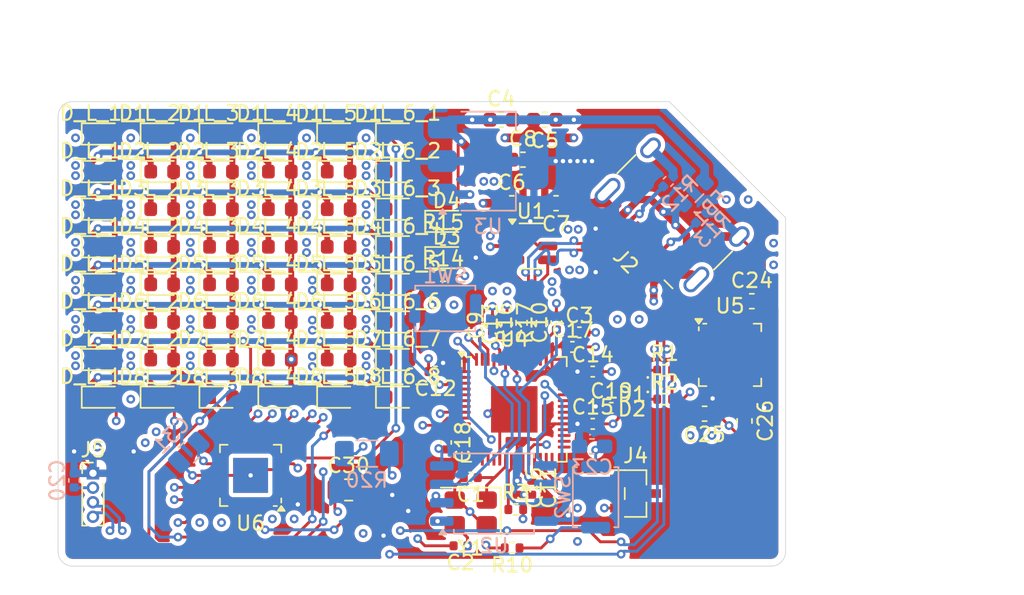
<source format=kicad_pcb>
(kicad_pcb (version 20241229) (generator "pcbnew") (generator_version "9.0")
  (layers (0 "F.Cu" signal) (4 "In1.Cu" signal) (6 "In2.Cu" signal) (2 "B.Cu" signal) (13 "F.Paste" user) (15 "B.Paste" user) (5 "F.SilkS" user "F.Silkscreen") (7 "B.SilkS" user "B.Silkscreen") (1 "F.Mask" user) (3 "B.Mask" user) (25 "Edge.Cuts" user))
  (net 0 "")
  (net 1 "GND")
  (net 2 "XIN")
  (net 3 "Net-(C2-Pad1)")
  (net 4 "+3V3")
  (net 5 "+5V")
  (net 6 "+1V1")
  (net 7 "Net-(U5-CPOUT)")
  (net 8 "Net-(U5-REGOUT)")
  (net 9 "Net-(U6-C_FILT)")
  (net 10 "Net-(D1-K)")
  (net 11 "GPIO11")
  (net 12 "Net-(D2-K)")
  (net 13 "GP25")
  (net 14 "Net-(D3-K)")
  (net 15 "Net-(D4-K)")
  (net 16 "GPIO26_ADC0")
  (net 19 "GPIO27_ADC1")
  (net 20 "Net-(D_L_1_1-K)")
  (net 21 "Net-(D_L_1_1-A)")
  (net 22 "Net-(D_L_1_2-K)")
  (net 23 "Net-(D_L_1_3-K)")
  (net 24 "Net-(D_L_1_4-K)")
  (net 25 "Net-(D_L_1_5-K)")
  (net 26 "Net-(D_L_1_6-K)")
  (net 27 "Net-(D_L_1_7-K)")
  (net 28 "Net-(D_L_1_8-K)")
  (net 29 "Net-(D_L_2_1-A)")
  (net 30 "Net-(D_L_3_1-A)")
  (net 31 "Net-(D_L_4_1-A)")
  (net 32 "Net-(D_L_5_1-A)")
  (net 33 "Net-(D_L_6_1-A)")
  (net 34 "VBUS")
  (net 35 "GPIO21")
  (net 36 "GPIO23")
  (net 37 "GPIO22")
  (net 38 "GPIO24")
  (net 39 "SWD")
  (net 40 "RUN")
  (net 41 "SWCLK")
  (net 42 "I+")
  (net 43 "I-")
  (net 45 "XDA_m")
  (net 46 "XCL_m")
  (net 47 "INT_m")
  (net 48 "XOUT")
  (net 49 "QSPI_SS")
  (net 50 "Net-(R10-Pad1)")
  (net 51 "Net-(J2-CC2)")
  (net 52 "Net-(J2-CC1)")
  (net 53 "D+")
  (net 54 "DR+")
  (net 55 "DR-")
  (net 56 "D-")
  (net 57 "Net-(U6-R_EXT)")
  (net 58 "GPIO0")
  (net 59 "QSPI_SCLK")
  (net 60 "QSPI_SD0")
  (net 61 "QSPI_SD2")
  (net 62 "QSPI_SD1")
  (net 63 "QSPI_SD3")
  (net 64 "PUSH")
  (net 65 "GPIO29_ADC3")
  (net 66 "GPIO17")
  (net 67 "GPIO8")
  (net 68 "GPIO12")
  (net 69 "GPIO18")
  (net 70 "SD_CS")
  (net 71 "GPIO14")
  (net 72 "GPIO13")
  (net 73 "GPIO15")
  (net 74 "SD_CLK")
  (net 75 "GPIO1")
  (net 76 "GPIO10")
  (net 77 "GPIO19")
  (net 78 "GPIO9")
  (net 79 "SD_MOSI")
  (net 80 "SD_MISO")
  (net 81 "GPIO20")
  (net 82 "GPIO16")
  (footprint "LED_SMD:LED_0603_1608Metric" (layer "F.Cu") (at 96.1625 42.18)
    (property "Reference" "D_L_2_6")
    (property "Value" "LED")
  )
  (footprint "Resistor_SMD:R_0402_1005Metric" (layer "F.Cu") (at 120.25 57.75 180)
    (property "Reference" "R10")
    (property "Value" "1k")
  )
  (footprint "Capacitor_SMD:C_0603_1608Metric" (layer "F.Cu") (at 119.5 28.25)
    (property "Reference" "C4")
    (property "Value" "10uF")
  )
  (footprint "LED_SMD:LED_0603_1608Metric" (layer "F.Cu") (at 100.2125 34.41)
    (property "Reference" "D_L_3_3")
    (property "Value" "LED")
  )
  (footprint "LED_SMD:LED_0603_1608Metric" (layer "F.Cu") (at 96.1625 29.23)
    (property "Reference" "D_L_2_1")
    (property "Value" "LED")
  )
  (footprint "Capacitor_SMD:C_0402_1005Metric" (layer "F.Cu") (at 119.9 42.32 90)
    (property "Reference" "C13")
    (property "Value" "100nF")
  )
  (footprint "Capacitor_SMD:C_0603_1608Metric_Pad1.08x0.95mm_HandSolder" (layer "F.Cu") (at 133.5 48.5 180)
    (property "Reference" "C25")
    (property "Value" "10nF")
  )
  (footprint "LED_SMD:LED_0603_1608Metric" (layer "F.Cu") (at 108.3125 29.23)
    (property "Reference" "D_L_5_1")
    (property "Value" "LED")
  )
  (footprint "LED_SMD:LED_0603_1608Metric" (layer "F.Cu") (at 112.3625 34.41)
    (property "Reference" "D_L_6_3")
    (property "Value" "LED")
  )
  (footprint "Resistor_SMD:R_0402_1005Metric" (layer "F.Cu") (at 115.5 39)
    (property "Reference" "R14")
    (property "Value" "220")
  )
  (footprint "Capacitor_SMD:C_0402_1005Metric" (layer "F.Cu") (at 125.8 45.6)
    (property "Reference" "C14")
    (property "Value" "100nF")
  )
  (footprint "LED_SMD:LED_0603_1608Metric" (layer "F.Cu") (at 100.2125 39.59)
    (property "Reference" "D_L_3_5")
    (property "Value" "LED")
  )
  (footprint "Crystal:Crystal_SMD_Abracon_ABM8G-4Pin_3.2x2.5mm" (layer "F.Cu") (at 117.4 55.3 180)
    (property "Reference" "Y1")
    (property "Value" "Crystal_GND24")
  )
  (footprint "LED_SMD:LED_0603_1608Metric" (layer "F.Cu") (at 108.3125 42.18)
    (property "Reference" "D_L_5_6")
    (property "Value" "LED")
  )
  (footprint "Package_TO_SOT_SMD:SOT-23-6" (layer "F.Cu") (at 121.5625 36.950001)
    (property "Reference" "U1")
    (property "Value" "SRV05-4")
  )
  (footprint "LED_SMD:LED_0603_1608Metric" (layer "F.Cu") (at 100.2125 37)
    (property "Reference" "D_L_3_4")
    (property "Value" "LED")
  )
  (footprint "Capacitor_SMD:C_0603_1608Metric" (layer "F.Cu") (at 120.225 34)
    (property "Reference" "C6")
    (property "Value" "10uF")
  )
  (footprint "LED_SMD:LED_0603_1608Metric" (layer "F.Cu") (at 104.2625 34.41)
    (property "Reference" "D_L_4_3")
    (property "Value" "LED")
  )
  (footprint "Capacitor_SMD:C_0402_1005Metric" (layer "F.Cu") (at 125.8 49.2)
    (property "Reference" "C15")
    (property "Value" "100nF")
  )
  (footprint "Connector_PinHeader_1.00mm:PinHeader_1x03_P1.00mm_Vertical_SMD_Pin1Left" (layer "F.Cu") (at 128.75 54)
    (property "Reference" "J4")
    (property "Value" "Conn_01x03_Pin")
  )
  (footprint "Capacitor_SMD:C_0402_1005Metric" (layer "F.Cu") (at 127.08 48.1)
    (property "Reference" "C19")
    (property "Value" "100nF")
  )
  (footprint "LED_SMD:LED_0603_1608Metric" (layer "F.Cu") (at 96.1625 44.77)
    (property "Reference" "D_L_2_7")
    (property "Value" "LED")
  )
  (footprint "Connector_PinHeader_1.00mm:PinHeader_1x04_P1.00mm_Vertical" (layer "F.Cu") (at 91.4 52.6)
    (property "Reference" "J5")
    (property "Value" "Conn_01x04_Pin")
  )
  (footprint "LED_SMD:LED_0603_1608Metric" (layer "F.Cu") (at 112.3625 44.77)
    (property "Reference" "D_L_6_7")
    (property "Value" "LED")
  )
  (footprint "LED_SMD:LED_0603_1608Metric" (layer "F.Cu") (at 112.3625 47.36)
    (property "Reference" "D_L_6_8")
    (property "Value" "LED")
  )
  (footprint "LED_SMD:LED_0603_1608Metric" (layer "F.Cu") (at 108.3125 31.82)
    (property "Reference" "D_L_5_2")
    (property "Value" "LED")
  )
  (footprint "LED_SMD:LED_0603_1608Metric" (layer "F.Cu") (at 100.2125 29.23)
    (property "Reference" "D_L_3_1")
    (property "Value" "LED")
  )
  (footprint "LED_SMD:LED_0603_1608Metric" (layer "F.Cu") (at 104.2625 29.23)
    (property "Reference" "D_L_4_1")
    (property "Value" "LED")
  )
  (footprint "LED_SMD:LED_0603_1608Metric" (layer "F.Cu") (at 112.3625 42.18)
    (property "Reference" "D_L_6_6")
    (property "Value" "LED")
  )
  (footprint "LED_SMD:LED_0603_1608Metric" (layer "F.Cu") (at 104.2625 47.36)
    (property "Reference" "D_L_4_8")
    (property "Value" "LED")
  )
  (footprint "LED_SMD:LED_0603_1608Metric" (layer "F.Cu") (at 112.3625 39.59)
    (property "Reference" "D_L_6_5")
    (property "Value" "LED")
  )
  (footprint "LED_SMD:LED_0603_1608Metric" (layer "F.Cu") (at 112.3625 37)
    (property "Reference" "D_L_6_4")
    (property "Value" "LED")
  )
  (footprint "LED_SMD:LED_0603_1608Metric" (layer "F.Cu") (at 104.2625 42.18)
    (property "Reference" "D_L_4_6")
    (property "Value" "LED")
  )
  (footprint "LED_SMD:LED_0603_1608Metric" (layer "F.Cu") (at 92.1125 39.59)
    (property "Reference" "D_L_1_5")
    (property "Value" "LED")
  )
  (footprint "LED_SMD:LED_0603_1608Metric" (layer "F.Cu") (at 108.3125 47.36)
    (property "Reference" "D_L_5_8")
    (property "Value" "LED")
  )
  (footprint "Package_DFN_QFN:QFN-28-1EP_4x4mm_P0.4mm_EP2.4x2.4mm_ThermalVias" (layer "F.Cu") (at 102.25 52.75 180)
    (property "Reference" "U6")
    (property "Value" "IS31FL3731-QF")
  )
  (footprint "LED_SMD:LED_0603_1608Metric" (layer "F.Cu") (at 108.3125 34.41)
    (property "Reference" "D_L_5_3")
    (property "Value" "LED")
  )
  (footprint "LED_SMD:LED_0603_1608Metric" (layer "F.Cu") (at 108.3125 44.77)
    (property "Reference" "D_L_5_7")
    (property "Value" "LED")
  )
  (footprint "Capacitor_SMD:C_0603_1608Metric_Pad1.08x0.95mm_HandSolder" (layer "F.Cu") (at 136.75 40.75)
    (property "Reference" "C24")
    (property "Value" "2.2nF")
  )
  (footprint "LED_SMD:LED_0603_1608Metric" (layer "F.Cu") (at 108.3125 37)
    (property "Reference" "D_L_5_4")
    (property "Value" "LED")
  )
  (footprint "LED_SMD:LED_0603_1608Metric" (layer "F.Cu") (at 104.2625 44.77)
    (property "Reference" "D_L_4_7")
    (property "Value" "LED")
  )
  (footprint "LED_SMD:LED_0402_1005Metric" (layer "F.Cu") (at 128.5 47 180)
    (property "Reference" "D2")
    (property "Value" "LED")
  )
  (footprint "LED_SMD:LED_0603_1608Metric" (layer "F.Cu") (at 104.2625 31.82)
    (property "Reference" "D_L_4_2")
    (property "Value" "LED")
  )
  (footprint "LED_SMD:LED_0603_1608Metric" (layer "F.Cu") (at 96.1625 37)
    (property "Reference" "D_L_2_4")
    (property "Value" "LED")
  )
  (footprint "Capacitor_SMD:C_0603_1608Metric" (layer "F.Cu") (at 123.275 34 180)
    (property "Reference" "C7")
    (property "Value" "22uF")
  )
  (footprint "LED_SMD:LED_0603_1608Metric" (layer "F.Cu") (at 92.1125 31.82)
    (property "Reference" "D_L_1_2")
    (property "Value" "LED")
  )
  (footprint "Resistor_SMD:R_0402_1005Metric" (layer "F.Cu") (at 115.5 36.5)
    (property "Reference" "R15")
    (property "Value" "220")
  )
  (footprint "Sensor_Motion:InvenSense_QFN-24_4x4mm_P0.5mm" (layer "F.Cu") (at 135.25 44.45)
    (property "Reference" "U5")
    (property "Value" "MPU-6050")
  )
  (footprint "LED_SMD:LED_0402_1005Metric" (layer "F.Cu") (at 128.5 46 180)
    (property "Reference" "D1")
    (property "Value" "LED")
  )
  (footprint "Capacitor_SMD:C_0402_1005Metric" (layer "F.Cu") (at 123.3 42.22 90)
    (property "Reference" "C10")
    (property "Value" "100nF")
  )
  (footprint "Resistor_SMD:R_0402_1005Metric" (layer "F.Cu") (at 122.3 42.24 90)
    (property "Reference" "R17")
    (property "Value" "27.4")
  )
  (footprint "LED_SMD:LED_0603_1608Metric" (layer "F.Cu") (at 104.2625 37)
    (property "Reference" "D_L_4_4")
    (property "Value" "LED")
  )
  (footprint "LED_SMD:LED_0603_1608Metric" (layer "F.Cu") (at 112.3625 29.23)
    (property "Reference" "D_L_6_1")
    (property "Value" "LED")
  )
  (footprint "LED_SMD:LED_0603_1608Metric" (layer "F.Cu") (at 108.3125 39.59)
    (property "Reference" "D_L_5_5")
    (property "Value" "LED")
  )
  (footprint "LED_SMD:LED_0603_1608Metric" (layer "F.Cu") (at 92.1125 29.23)
    (property "Reference" "D_L_1_1")
    (property "Value" "LED")
  )
  (footprint "Resistor_SMD:R_0402_1005Metric" (layer "F.Cu") (at 130.75 45.51)
    (property "Reference" "R1")
    (property "Value" "220")
  )
  (footprint "Resistor_SMD:R_0402_1005Metric" (layer "F.Cu") (at 120.9 42.24 90)
    (property "Reference" "R16")
    (property "Value" "27.4")
  )
  (footprint "LED_SMD:LED_0603_1608Metric" (layer "F.Cu") (at 96.1625 34.41)
    (property "Reference" "D_L_2_3")
    (property "Value" "LED")
  )
  (footprint "Package_DFN_QFN:QFN-56-1EP_7x7mm_P0.4mm_EP3.2x3.2mm" (layer "F.Cu") (at 120.4 48.2)
    (property "Reference" "U4")
    (property "Value" "RP2040")
  )
  (footprint "Capacitor_SMD:C_0603_1608Metric_Pad1.08x0.95mm_HandSolder" (layer "F.Cu") (at 136.25 49 -90)
    (property "Reference" "C26")
    (property "Value" ".1uF")
  )
  (footprint "Capacitor_SMD:C_0402_1005Metric" (layer "F.Cu") (at 120.6 53.6 -90)
    (property "Reference" "C16")
    (property "Value" "100nF")
  )
  (footprint "Capacitor_SMD:C_0402_1005Metric" (layer "F.Cu") (at 118.9 42.42 90)
    (property "Reference" "C9")
    (property "Value" "100nF")
  )
  (footprint "LED_SMD:LED_0603_1608Metric" (layer "F.Cu") (at 96.1625 47.36)
    (property "Reference" "D_L_2_8")
    (property "Value" "LED")
  )
  (footprint "LED_SMD:LED_0603_1608Metric" (layer "F.Cu") (at 100.2125 42.18)
    (property "Reference" "D_L_3_6")
    (property "Value" "LED")
  )
  (footprint "Connector_USB:USB_C_Receptacle_HCTL_HC-TYPE-C-16P-01A" (layer "F.Cu") (at 132.072614 34 135)
    (property "Reference" "J2")
    (property "Value" "USB_C_Receptacle_USB2.0_14P")
  )
  (footprint "LED_SMD:LED_0603_1608Metric" (layer "F.Cu") (at 92.1125 47.36)
    (property "Reference" "D_L_1_8")
    (property "Value" "LED")
  )
  (footprint "Capacitor_SMD:C_0402_1005Metric" (layer "F.Cu") (at 121.6 53.6 -90)
    (property "Reference" "C11")
    (property "Value" "1uF")
  )
  (footprint "Capacitor_SMD:C_0402_1005Metric" (layer "F.Cu") (at 124.88 42.9)
    (property "Reference" "C3")
    (property "Value" "100n")
  )
  (footprint "LED_SMD:LED_0603_1608Metric" (layer "F.Cu") (at 92.1125 42.18)
    (property "Reference" "D_L_1_6")
    (property "Value" "LED")
  )
  (footprint "LED_SMD:LED_0603_1608Metric" (layer "F.Cu") (at 115.75 35.25)
    (property "Reference" "D4")
    (property "Value" "LED")
  )
  (footprint "LED_SMD:LED_0603_1608Metric" (layer "F.Cu") (at 100.2125 47.36)
    (property "Reference" "D_L_3_8")
    (property "Value" "LED")
  )
  (footprint "LED_SMD:LED_0603_1608Metric" (layer "F.Cu") (at 115.75 37.75)
    (property "Reference" "D3")
    (property "Value" "LED")
  )
  (footprint "Capacitor_SMD:C_0402_1005Metric" (layer "F.Cu") (at 114.98 45.6 180)
    (property "Reference" "C12")
    (property "Value" "1uF")
  )
  (footprint "LED_SMD:LED_0603_1608Metric" (layer "F.Cu") (at 96.1625 39.59)
    (property "Reference" "D_L_2_5")
    (property "Value" "LED")
  )
  (footprint "LED_SMD:LED_0603_1608Metric" (layer "F.Cu") (at 100.2125 44.77)
    (property "Reference" "D_L_3_7")
    (property "Value" "LED")
  )
  (footprint "Capacitor_SMD:C_0402_1005Metric" (layer "F.Cu") (at 124.4 43.9)
    (property "Reference" "C17")
    (property "Value" "100nF")
  )
  (footprint "Capacitor_SMD:C_0603_1608Metric" (layer "F.Cu") (at 122.5 28.25 180)
    (property "Reference" "C5")
    (property "Value" "22uF")
  )
  (footprint "Capacitor_SMD:C_0805_2012Metric" (layer "F.Cu") (at 109 53.75)
    (property "Reference" "C30")
    (property "Value" "10uF")
  )
  (footprint "LED_SMD:LED_0603_1608Metric" (layer "F.Cu") (at 112.3625 31.82)
    (property "Reference" "D_L_6_2")
    (property "Value" "LED")
  )
  (footprint "Capacitor_SMD:C_0402_1005Metric" (layer "F.Cu") (at 115.7 50.48 -90)
    (property "Reference" "C18")
    (property "Value" "100nF")
  )
  (footprint "Capacitor_SMD:C_0402_1005Metric" (layer "F.Cu") (at 117.4 52.9 180)
    (property "Reference" "C1")
    (property "Value" "15pF")
  )
  (footprint "LED_SMD:LED_0603_1608Metric" (layer "F.Cu") (at 96.1625 31.82)
    (property "Reference" "D_L_2_2")
    (property "Value" "LED")
  )
  (footprint "Capacitor_SMD:C_0603_1608Metric" (layer "F.Cu") (at 121 31)
    (property "Reference" "C8")
    (property "Value" "22uF")
  )
  (footprint "LED_SMD:LED_0603_1608Metric" (layer "F.Cu") (at 92.1125 37)
    (property "Reference" "D_L_1_4")
    (property "Value" "LED")
  )
  (footprint "LED_SMD:LED_0603_1608Metric" (layer "F.Cu") (at 100.2125 31.82)
    (property "Reference" "D_L_3_2")
    (property "Value" "LED")
  )
  (footprint "LED_SMD:LED_0603_1608Metric" (layer "F.Cu") (at 92.1125 44.77)
    (property "Reference" "D_L_1_7")
    (property "Value" "LED")
  )
  (footprint "Resistor_SMD:R_0402_1005Metric" (layer "F.Cu") (at 130.75 47.5)
    (property "Reference" "R2")
    (property "Value" "220")
  )
  (footprint "Capacitor_SMD:C_0402_1005Metric" (layer "F.Cu") (at 116.7 57.6 180)
    (property "Reference" "C2")
    (property "Value" "15pF")
  )
  (footprint "LED_SMD:LED_0603_1608Metric" (layer "F.Cu") (at 92.1125 34.41)
    (property "Reference" "D_L_1_3")
    (property "Value" "LED")
  )
  (footprint "LED_SMD:LED_0603_1608Metric" (layer "F.Cu") (at 104.2625 39.59)
    (property "Reference" "D_L_4_5")
    (property "Value" "LED")
  )
  (footprint "Resistor_SMD:R_0402_1005Metric" (layer "F.Cu") (at 120.5 55.1)
    (property "Reference" "R3")
    (property "Value" "1k")
  )
  (footprint "Package_TO_SOT_SMD:SOT-223-3_TabPin2" (layer "B.Cu") (at 118.6 31.1)
    (property "Reference" "U3")
    (property "Value" "AMS1117-3.3")
  )
  (footprint "Inductor_SMD:L_0805_2012Metric" (layer "B.Cu") (at 132.75 33.25 45)
    (property "Reference" "FB1")
    (property "Value" "120ohm.100Mhz")
  )
  (footprint "Capacitor_SMD:C_0402_1005Metric" (layer "B.Cu") (at 131 32.5 45)
    (property "Reference" "R12")
    (property "Value" "5.1K")
  )
  (footprint "Capacitor_SMD:C_0805_2012Metric" (layer "B.Cu") (at 98 51.171751 -135)
    (property "Reference" "C31")
    (property "Value" "1uF")
  )
  (footprint "Capacitor_SMD:C_0402_1005Metric" (layer "B.Cu") (at 133.25 35 45)
    (property "Reference" "R13")
    (property "Value" "5.1K")
  )
  (footprint "Button_Switch_SMD:SW_Push_SPST_NO_Alps_SKRK" (layer "B.Cu") (at 126 54.25 -90)
    (property "Reference" "SW2")
    (property "Value" "BOOT_SEL")
  )
  (footprint "Resistor_SMD:R_1206_3216Metric_Pad1.30x1.75mm_HandSolder" (layer "B.Cu") (at 110.25 51.25)
    (property "Reference" "R20")
    (property "Value" "20K")
  )
  (footprint "Package_SO:SOIC-8_5.3x5.3mm_P1.27mm" (layer "B.Cu") (at 119 54)
    (property "Reference" "U2")
    (property "Value" "W25Q128JVS")
  )
  (footprint "Button_Switch_SMD:SW_Push_SPST_NO_Alps_SKRK" (layer "B.Cu") (at 115.65 41.25 180)
    (property "Reference" "SW1")
    (property "Value" "GP0")
  )
  (footprint "Capacitor_SMD:C_0603_1608Metric_Pad1.08x0.95mm_HandSolder" (layer "B.Cu") (at 125.75 50.75)
    (property "Reference" "C23")
    (property "Value" ".1uF")
  )
  (footprint "Capacitor_SMD:C_0402_1005Metric" (layer "B.Cu") (at 90.1 53.1 -90)
    (property "Reference" "C20")
    (property "Value" "1uF")
  )
  (gr_line (start 138.077891 59) (end 90 59) (stroke (width 0.05)) (layer "Edge.Cuts"))
  (gr_line (start 89 58) (end 89 28) (stroke (width 0.05)) (layer "Edge.Cuts"))
  (gr_arc (start 89 28) (mid 89.292893 27.292893) (end 90 27) (stroke (width 0.05)) (layer "Edge.Cuts"))
  (gr_arc (start 90 59) (mid 89.292893 58.707107) (end 89 58) (stroke (width 0.05)) (layer "Edge.Cuts"))
  (gr_arc (start 139.072614 58) (mid 138.779721 58.707107) (end 138.072614 59) (stroke (width 0.05)) (layer "Edge.Cuts"))
  (gr_line (start 139.072614 35) (end 131.072614 27) (stroke (width 0.05)) (layer "Edge.Cuts"))
  (gr_line (start 90 27) (end 131.072614 27) (stroke (width 0.05)) (layer "Edge.Cuts"))
  (gr_line (start 139.072614 58) (end 139.072614 35) (stroke (width 0.05)) (layer "Edge.Cuts"))
  (segment (start 135.725 49.8625) (end 136.25 49.8625) (width 0.2) (layer "F.Cu") (net 1))
  (segment (start 137.6125 40.75) (end 137.6125 38.019607) (width 0.2) (layer "F.Cu") (net 1))
  (segment (start 125.36 42.9) (end 126 42.9) (width 0.2) (layer "F.Cu") (net 1))
  (segment (start 102.25 52.75) (end 100.3125 52.75) (width 0.2) (layer "F.Cu") (net 1))
  (segment (start 116.01 36.5) (end 115.819 36.691) (width 0.2) (layer "F.Cu") (net 1))
  (segment (start 137.6125 38.019607) (end 135.887455 36.294562) (width 0.2) (layer "F.Cu") (net 1))
  (segment (start 134.3625 48.5) (end 135.18125 49.31875) (width 0.2) (layer "F.Cu") (net 1))
  (segment (start 116.3 54.45) (end 116.3 53.52) (width 0.2) (layer "F.Cu") (net 1))
  (segment (start 126.28 45.6) (end 127.1 45.6) (width 0.2) (layer "F.Cu") (net 1))
  (segment (start 121.725 28.25) (end 121.725 30.95) (width 0.6) (layer "F.Cu") (net 1))
  (segment (start 121 29.5) (end 119.75 29.5) (width 0.6) (layer "F.Cu") (net 1))
  (segment (start 131.26 45.51) (end 131.26 46.5) (width 0.2) (layer "F.Cu") (net 1))
  (segment (start 116.3 53.52) (end 116.92 52.9) (width 0.2) (layer "F.Cu") (net 1))
  (segment (start 120.425 36.950001) (end 118.799999 36.950001) (width 0.27) (layer "F.Cu") (net 1))
  (segment (start 121.725 28.25) (end 121.725 28.725) (width 0.6) (layer "F.Cu") (net 1))
  (segment (start 119.4 49.2) (end 120.4 48.2) (width 0.2) (layer "F.Cu") (net 1))
  (segment (start 119.4 51.6375) (end 119.4 49.2) (width 0.2) (layer "F.Cu") (net 1))
  (segment (start 102.25 52.75) (end 102.65 52.35) (width 0.2) (layer "F.Cu") (net 1))
  (segment (start 123.3 41.74) (end 123.3 40.9) (width 0.2) (layer "F.Cu") (net 1))
  (segment (start 134.303536 36.294562) (end 131.687241 38.910857) (width 0.6) (layer "F.Cu") (net 1))
  (segment (start 120.6 54.08) (end 121.6 54.08) (width 0.2) (layer "F.Cu") (net 1))
  (segment (start 125.36 42.11) (end 125.36 42.9) (width 0.2) (layer "F.Cu") (net 1))
  (segment (start 116.22 57.6) (end 114.243952 57.6) (width 0.2) (layer "F.Cu") (net 1))
  (segment (start 131.26 46.5) (end 131.26 47.5) (width 0.2) (layer "F.Cu") (net 1))
  (segment (start 115.7 50.96) (end 115.26 50.96) (width 0.19) (layer "F.Cu") (net 1))
  (segment (start 115.819 36.691) (end 115.819 38.809) (width 0.2) (layer "F.Cu") (net 1))
  (segment (start 135.887455 36.294562) (end 134.303536 36.294562) (width 0.6) (layer "F.Cu") (net 1))
  (segment (start 127.161757 34.385373) (end 126.776384 34) (width 0.6) (layer "F.Cu") (net 1))
  (segment (start 117.35 55.25) (end 116.55 54.45) (width 0.2) (layer "F.Cu") (net 1))
  (segment (start 115.819 38.809) (end 116.01 39) (width 0.2) (layer "F.Cu") (net 1))
  (segment (start 135.18125 49.31875) (end 135.725 49.8625) (width 0.2) (layer "F.Cu") (net 1))
  (segment (start 118.25 56.15) (end 117.35 55.25) (width 0.2) (layer "F.Cu") (net 1))
  (segment (start 137.6125 42.7875) (end 137.6125 40.75) (width 0.2) (layer "F.Cu") (net 1))
  (segment (start 121.725 28.25) (end 120.275 28.25) (width 0.6) (layer "F.Cu") (net 1))
  (segment (start 115.26 50.96) (end 115.2 50.9) (width 0.19) (layer "F.Cu") (net 1))
  (segment (start 114.243952 57.6) (end 113.75 57.106048) (width 0.2) (layer "F.Cu") (net 1))
  (segment (start 124.05 34) (end 125.963211 34) (width 0.6) (layer "F.Cu") (net 1))
  (segment (start 124.99 41.74) (end 125.36 42.11) (width 0.2) (layer "F.Cu") (net 1))
  (segment (start 108.05 55.05) (end 108.25 55.25) (width 0.2) (layer "F.Cu") (net 1))
  (segment (start 122.5 29.5) (end 124.5 29.5) (width 0.6) (layer "F.Cu") (net 1))
  (segment (start 124.88 43.9) (end 126 43.9) (width 0.2) (layer "F.Cu") (net 1))
  (segment (start 126.776384 34) (end 124.05 34) (width 0.6) (layer "F.Cu") (net 1))
  (segment (start 116.01 39) (end 117 39) (width 0.2) (layer "F.Cu") (net 1))
  (segment (start 127.56 48.1) (end 127.56 48.84) (width 0.2) (layer "F.Cu") (net 1))
  (segment (start 123.3 41.74) (end 124.99 41.74) (width 0.2) (layer "F.Cu") (net 1))
  (segment (start 121.725 28.25) (end 121.725 28.775) (width 0.6) (layer "F.Cu") (net 1))
  (segment (start 116.55 54.45) (end 116.3 54.45) (width 0.2) (layer "F.Cu") (net 1))
  (segment (start 119.9 41.84) (end 119.9 41) (width 0.2) (layer "F.Cu") (net 1))
  (segment (start 121.725 28.775) (end 121 29.5) (width 0.6) (layer "F.Cu") (net 1))
  (segment (start 118.5 56.15) (end 118.25 56.15) (width 0.2) (layer "F.Cu") (net 1))
  (segment (start 131.26 47.5) (end 132 47.5) (width 0.2) (layer "F.Cu") (net 1))
  (segment (start 127.56 48.84) (end 127.2 49.2) (width 0.2) (layer "F.Cu") (net 1))
  (segment (start 126.28 49.2) (end 127.2 49.2) (width 0.2) (layer "F.Cu") (net 1))
  (segment (start 137.2 43.2) (end 137.6125 42.7875) (width 0.2) (layer "F.Cu") (net 1))
  (segment (start 121.725 28.725) (end 122.5 29.5) (width 0.6) (layer "F.Cu") (net 1))
  (segment (start 121.725 30.95) (end 121.775 31) (width 0.6) (layer "F.Cu") (net 1))
  (segment (start 118.87 48.2) (end 118.57 48.5) (width 0.2) (layer "F.Cu") (net 1))
  (segment (start 118.799999 36.950001) (end 118.75 37) (width 0.27) (layer "F.Cu") (net 1))
  (segment (start 119.45 34) (end 118.25 34) (width 0.6) (layer "F.Cu") (net 1))
  (segment (start 132 47.5) (end 132.5 47) (width 0.2) (layer "F.Cu") (net 1))
  (segment (start 132.592338 38.910857) (end 132.931749 39.250268) (width 0.6) (layer "F.Cu") (net 1))
  (segment (start 114.5 45.6) (end 114.5 44.7) (width 0.2) (layer "F.Cu") (net 1))
  (segment (start 125.963211 34) (end 126.822346 33.140865) (width 0.6) (layer "F.Cu") (net 1))
  (segment (start 100.3125 52.75) (end 98.25 52.75) (width 0.2) (layer "F.Cu") (net 1))
  (segment (start 108.05 53.75) (end 108.05 55.05) (width 0.2) (layer "F.Cu") (net 1))
  (segment (start 102.65 52.35) (end 104.1875 52.35) (width 0.2) (layer "F.Cu") (net 1))
  (segment (start 131.687241 38.910857) (end 132.592338 38.910857) (width 0.6) (layer "F.Cu") (net 1))
  (segment (start 118.9 41.94) (end 118.9 41.1) (width 0.2) (layer "F.Cu") (net 1))
  (segment (start 120.4 48.2) (end 118.87 48.2) (width 0.2) (layer "F.Cu") (net 1))
  (via (at 90.2 31.4) (size 0.6) (drill 0.3) (layers "F.Cu" "B.Cu") (net 1))
  (via (at 90.2 40) (size 0.6) (drill 0.3) (layers "F.Cu" "B.Cu") (net 1))
  (via (at 90.2 42) (size 0.6) (drill 0.3) (layers "F.Cu" "B.Cu") (net 1))
  (via (at 110 56.75) (size 0.6) (drill 0.3) (layers "F.Cu" "B.Cu") (net 1))
  (via (at 90.2 34.8) (size 0.6) (drill 0.3) (layers "F.Cu" "B.Cu") (net 1))
  (via (at 106.5 44.55) (size 0.6) (drill 0.3) (layers "F.Cu" "B.Cu") (net 1))
  (via (at 100.25 56) (size 0.6) (drill 0.3) (layers "F.Cu" "B.Cu") (net 1))
  (via (at 117 39) (size 0.6) (drill 0.3) (layers "F.Cu" "B.Cu") (net 1))
  (via (at 98.1 42) (size 0.6) (drill 0.3) (layers "F.Cu" "B.Cu") (net 1))
  (via (at 102.3 39.3) (size 0.6) (drill 0.3) (layers "F.Cu" "B.Cu") (net 1))
  (via (at 94 34.1) (size 0.6) (drill 0.3) (layers "F.Cu" "B.Cu") (net 1))
  (via (at 94 37.4) (size 0.6) (drill 0.3) (layers "F.Cu" "B.Cu") (net 1))
  (via (at 126 43.9) (size 0.6) (drill 0.3) (layers "F.Cu" "B.Cu") (net 1))
  (via (at 123.3 40.9) (size 0.6) (drill 0.3) (layers "F.Cu" "B.Cu") (net 1))
  (via (at 110.2 32.1) (size 0.6) (drill 0.3) (layers "F.Cu" "B.Cu") (net 1))
  (via (at 94 42.7) (size 0.6) (drill 0.3) (layers "F.Cu" "B.Cu") (net 1))
  (via (at 118.57 48.5) (size 0.6) (drill 0.3) (layers "F.Cu" "B.Cu") (net 1))
  (via (at 98.1 29.5) (size 0.6) (drill 0.3) (layers "F.Cu" "B.Cu") (net 1))
  (via (at 98.1 39.3) (size 0.6) (drill 0.3) (layers "F.Cu" "B.Cu") (net 1))
  (via (at 105.25 55.75) (size 0.6) (drill 0.3) (layers "F.Cu" "B.Cu") (net 1))
  (via (at 102.3 32.1) (size 0.6) (drill 0.3) (layers "F.Cu" "B.Cu") (net 1))
  (via (at 94 44.5) (size 0.6) (drill 0.3) (layers "F.Cu" "B.Cu") (net 1))
  (via (at 102.3 31.4) (size 0.6) (drill 0.3) (layers "F.Cu" "B.Cu") (net 1))
  (via (at 106.1 37.4) (size 0.6) (drill 0.3) (layers "F.Cu" "B.Cu") (net 1))
  (via (at 106.1 34.1) (size 0.6) (drill 0.3) (layers "F.Cu" "B.Cu") (net 1))
  (via (at 90.2 42.7) (size 0.6) (drill 0.3) (layers "F.Cu" "B.Cu") (net 1))
  (via (at 110.2 34.8) (size 0.6) (drill 0.3) (layers "F.Cu" "B.Cu") (net 1))
  (via (at 127.2 49.2) (size 0.6) (drill 0.3) (layers "F.Cu" "B.Cu") (net 1))
  (via (at 119.75 29.5) (size 0.6) (drill 0.3) (layers "F.Cu" "B.Cu") (net 1))
  (via (at 110.2 44.5) (size 0.6) (drill 0.3) (layers "F.Cu" "B.Cu") (net 1))
  (via (at 110.2 45.2) (size 0.6) (drill 0.3) (layers "F.Cu" "B.Cu") (net 1))
  (via (at 119.9 41) (size 0.6) (drill 0.3) (layers "F.Cu" "B.Cu") (net 1))
  (via (at 118.9 41.1) (size 0.6) (drill 0.3) (layers "F.Cu" "B.Cu") (net 1))
  (via (at 138.25 38.25) (size 0.6) (drill 0.3) (layers "F.Cu" "B.Cu") (net 1))
  (via (at 94 40) (size 0.6) (drill 0.3) (layers "F.Cu" "B.Cu") (net 1))
  (via (at 124.75 55) (size 0.6) (drill 0.3) (layers "F.Cu" "B.Cu") (net 1))
  (via (at 124.2 38.6) (size 0.6) (drill 0.3) (layers "F.Cu" "B.Cu") (net 1))
  (via (at 95.75 49.75) (size 0.6) (drill 0.3) (layers "F.Cu" "B.Cu") (net 1))
  (via (at 106.5 45.25) (size 0.6) (drill 0.3) (layers "F.Cu" "B.Cu") (net 1))
  (via (at 124.9 38.6) (size 0.6) (drill 0.3) (layers "F.Cu" "B.Cu") (net 1))
  (via (at 138.25 36.75) (size 0.6) (drill 0.3) (layers "F.Cu" "B.Cu") (net 1))
  (via (at 98.1 42.7) (size 0.6) (drill 0.3) (layers "F.Cu" "B.Cu") (net 1))
  (via (at 102.3 29.5) (size 0.6) (drill 0.3) (layers "F.Cu" "B.Cu") (net 1))
  (via (at 98.1 36.7) (size 0.6) (drill 0.3) (layers "F.Cu" "B.Cu") (net 1))
  (via (at 110.2 39.3) (size 0.6) (drill 0.3) (layers "F.Cu" "B.Cu") (net 1))
  (via (at 90.2 36.7) (size 0.6) (drill 0.3) (layers "F.Cu" "B.Cu") (net 1))
  (via (at 98.1 45.2) (size 0.6) (drill 0.3) (layers "F.Cu" "B.Cu") (net 1))
  (via (at 98.25 52.75) (size 0.6) (drill 0.3) (layers "F.Cu" "B.Cu") (net 1))
  (via (at 90.2 45.2) (size 0.6) (drill 0.3) (layers "F.Cu" "B.Cu") (net 1))
  (via (at 113.75 57.106048) (size 0.6) (drill 0.3) (layers "F.Cu" "B.Cu") (net 1))
  (via (at 90.2 29.5) (size 0.6) (drill 0.3) (layers "F.Cu" "B.Cu") (net 1))
  (via (at 124.75 57.3) (size 0.6) (drill 0.3) (layers "F.Cu" "B.Cu") (net 1))
  (via (at 110.2 40) (size 0.6) (drill 0.3) (layers "F.Cu" "B.Cu") (net 1))
  (via (at 102.3 37.4) (size 0.6) (drill 0.3) (layers "F.Cu" "B.Cu") (net 1))
  (via (at 110.2 34.1) (size 0.6) (drill 0.3) (layers "F.Cu" "B.Cu") (net 1))
  (via (at 98.1 34.1) (size 0.6) (drill 0.3) (layers "F.Cu" "B.Cu") (net 1))
  (via (at 98.1 32.1) (size 0.6) (drill 0.3) (layers "F.Cu" "B.Cu") (net 1))
  (via (at 123 40.1) (size 0.6) (drill 0.3) (layers "F.Cu" "B.Cu") (net 1))
  (via (at 91.7 50.8) (size 0.6) (drill 0.3) (layers "F.Cu" "B.Cu") (net 1))
  (via (at 98.1 44.5) (size 0.6) (drill 0.3) (layers "F.Cu" "B.Cu") (net 1))
  (via (at 98.1 31.4) (size 0.6) (drill 0.3) (layers "F.Cu" "B.Cu") (net 1))
  (via (at 102.3 34.8) (size 0.6) (drill 0.3) (layers "F.Cu" "B.Cu") (net 1))
  (via (at 102.3 34.1) (size 0.6) (drill 0.3) (layers "F.Cu" "B.Cu") (net 1))
  (via (at 98.1 37.4) (size 0.6) (drill 0.3) (layers "F.Cu" "B.Cu") (net 1))
  (via (at 110.2 37.4) (size 0.6) (drill 0.3) (layers "F.Cu" "B.Cu") (net 1))
  (via (at 106.5 42.05) (size 0.6) (drill 0.3) (layers "F.Cu" "B.Cu") (net 1))
  (via (at 106.1 31.4) (size 0.6) (drill 0.3) (layers "F.Cu" "B.Cu") (net 1))
  (via (at 98.1 40) (size 0.6) (drill 0.3) (layers "F.Cu" "B.Cu") (net 1))
  (via (at 102.3 42.7) (size 0.6) (drill 0.3) (layers "F.Cu" "B.Cu") (net 1))
  (via (at 131.26 46.5) (size 0.6) (drill 0.3) (layers "F.Cu" "B.Cu") (net 1))
  (via (at 106.1 36.7) (size 0.6) (drill 0.3) (layers "F.Cu" "B.Cu") (net 1))
  (via (at 119 32.5) (size 0.6) (drill 0.3) (layers "F.Cu" "B.Cu") (net 1))
  (via (at 110.2 29.5) (size 0.6) (drill 0.3) (layers "F.Cu" "B.Cu") (net 1))
  (via (at 94 36.7) (size 0.6) (drill 0.3) (layers "F.Cu" "B.Cu") (net 1))
  (via (at 108.25 55.25) (size 0.6) (drill 0.3) (layers "F.Cu" "B.Cu") (net 1))
  (via (at 110.2 36.7) (size 0.6) (drill 0.3) (layers "F.Cu" "B.Cu") (net 1))
  (via (at 117.35 55.25) (size 0.6) (drill 0.3) (layers "F.Cu" "B.Cu") (net 1))
  (via (at 115.2 50.9) (size 0.6) (drill 0.3) (layers "F.Cu" "B.Cu") (net 1))
  (via (at 102.3 42) (size 0.6) (drill 0.3) (layers "F.Cu" "B.Cu") (net 1))
  (via (at 106.5 42.75) (size 0.6) (drill 0.3) (layers "F.Cu" "B.Cu") (net 1))
  (via (at 118.9 40.05) (size 0.6) (drill 0.3) (layers "F.Cu" "B.Cu") (net 1))
  (via (at 95 50.5) (size 0.6) (drill 0.3) (layers "F.Cu" "B.Cu") (net 1))
  (via (at 127.5 42) (size 0.6) (drill 0.3) (layers "F.Cu" "B.Cu") (net 1))
  (via (at 106.1 29.5) (size 0.6) (drill 0.3) (layers "F.Cu" "B.Cu") (net 1))
  (via (at 114.75 41) (size 0.6) (drill 0.3) (layers "F.Cu" "B.Cu") (net 1))
  (via (at 118.25 34) (size 0.6) (drill 0.3) (layers "F.Cu" "B.Cu") (net 1))
  (via (at 110.2 42) (size 0.6) (drill 0.3) (layers "F.Cu" "B.Cu") (net 1))
  (via (at 106.1 32.1) (size 0.6) (drill 0.3) (layers "F.Cu" "B.Cu") (net 1))
  (via (at 106.5 40) (size 0.6) (drill 0.3) (layers "F.Cu" "B.Cu") (net 1))
  (via (at 117.35 33.4) (size 0.6) (drill 0.3) (layers "F.Cu" "B.Cu") (net 1))
  (via (at 136.5 33.75) (size 0.6) (drill 0.3) (layers "F.Cu" "B.Cu") (net 1))
  (via (at 114.5 44.7) (size 0.6) (drill 0.3) (layers "F.Cu" "B.Cu") (net 1))
  (via (at 94 32.1) (size 0.6) (drill 0.3) (layers "F.Cu" "B.Cu") (net 1))
  (via (at 132.5 47) (size 0.6) (drill 0.3) (layers "F.Cu" "B.Cu") (net 1))
  (via (at 90.2 32.1) (size 0.6) (drill 0.3) (layers "F.Cu" "B.Cu") (net 1))
  (via (at 110.2 31.4) (size 0.6) (drill 0.3) (layers "F.Cu" "B.Cu") (net 1))
  (via (at 132.5 50) (size 0.6) (drill 0.3) (layers "F.Cu" "B.Cu") (net 1))
  (via (at 118.75 36.25) (size 0.6) (drill 0.3) (layers "F.Cu" "B.Cu") (net 1))
  (via (at 116.25 41) (size 0.6) (drill 0.3) (layers "F.Cu" "B.Cu") (net 1))
  (via (at 94 29.5) (size 0.6) (drill 0.3) (layers "F.Cu" "B.Cu") (net 1))
  (via (at 134 50) (size 0.6) (drill 0.3) (layers "F.Cu" "B.Cu") (net 1))
  (via (at 135.18125 49.31875) (size 0.6) (drill 0.3) (layers "F.Cu" "B.Cu") (net 1))
  (via (at 90.2 34.1) (size 0.6) (drill 0.3) (layers "F.Cu" "B.Cu") (net 1))
  (via (at 94 42) (size 0.6) (drill 0.3) (layers "F.Cu" "B.Cu") (net 1))
  (via (at 126 51) (size 0.6) (drill 0.3) (layers "F.Cu" "B.Cu") (net 1))
  (via (at 126 42.9) (size 0.6) (drill 0.3) (layers "F.Cu" "B.Cu") (net 1))
  (via (at 110.2 42.7) (size 0.6) (drill 0.3) (layers "F.Cu" "B.Cu") (net 1))
  (via (at 102.25 52.75) (size 0.6) (drill 0.3) (layers "F.Cu" "B.Cu") (net 1))
  (via (at 121.1 54.08) (size 0.6) (drill 0.3) (layers "F.Cu" "B.Cu") (net 1))
  (via (at 123 39.4) (size 0.6) (drill 0.3) (layers "F.Cu" "B.Cu") (net 1))
  (via (at 106.5 39.3) (size 0.6) (drill 0.3) (layers "F.Cu" "B.Cu") (net 1))
  (via (at 103.75 55.75) (size 0.6) (drill 0.3) (layers "F.Cu" "B.Cu") (net 1))
  (via (at 94 34.8) (size 0.6) (drill 0.3) (layers "F.Cu" "B.Cu") (net 1))
  (via (at 119.9 40.05) (size 0.6) (drill 0.3) (layers "F.Cu" "B.Cu") (net 1))
  (via (at 94 47.5) (size 0.6) (drill 0.3) (layers "F.Cu" "B.Cu") (net 1))
  (via (at 129 42) (size 0.6) (drill 0.3) (layers "F.Cu" "B.Cu") (net 1))
  (via (at 90.2 44.5) (size 0.6) (drill 0.3) (layers "F.Cu" "B.Cu") (net 1))
  (via (at 90.2 37.4) (size 0.6) (drill 0.3) (layers "F.Cu" "B.Cu") (net 1))
  (via (at 102.3 36.7) (size 0.6) (drill 0.3) (layers "F.Cu" "B.Cu") (net 1))
  (via (at 118.3 32.5) (size 0.6) (drill 0.3) (layers "F.Cu" "B.Cu") (net 1))
  (via (at 124.1 35.8) (size 0.6) (drill 0.3) (layers "F.Cu" "B.Cu") (net 1))
  (via (at 127.1 45.6) (size 0.6) (drill 0.3) (layers "F.Cu" "B.Cu") (net 1))
  (via (at 135 33.75) (size 0.6) (drill 0.3) (layers "F.Cu" "B.Cu") (net 1))
  (via (at 94 31.4) (size 0.6) (drill 0.3) (layers "F.Cu" "B.Cu") (net 1))
  (via (at 102.3 40) (size 0.6) (drill 0.3) (layers "F.Cu" "B.Cu") (net 1))
  (via (at 98.1 34.8) (size 0.6) (drill 0.3) (layers "F.Cu" "B.Cu") (net 1))
  (via (at 90.2 39.3) (size 0.6) (drill 0.3) (layers "F.Cu" "B.Cu") (net 1))
  (via (at 94 39.3) (size 0.6) (drill 0.3) (layers "F.Cu" "B.Cu") (net 1))
  (via (at 112 52.75) (size 0.6) (drill 0.3) (layers "F.Cu" "B.Cu") (net 1))
  (via (at 94 45.2) (size 0.6) (drill 0.3) (layers "F.Cu" "B.Cu") (net 1))
  (via (at 98.75 56) (size 0.6) (drill 0.3) (layers "F.Cu" "B.Cu") (net 1))
  (via (at 106.1 34.8) (size 0.6) (drill 0.3) (layers "F.Cu" "B.Cu") (net 1))
  (via (at 124.8 35.8) (size 0.6) (drill 0.3) (layers "F.Cu" "B.Cu") (net 1))
  (via (at 118.75 37) (size 0.6) (drill 0.3) (layers "F.Cu" "B.Cu") (net 1))
  (via (at 124.5 29.5) (size 0.6) (drill 0.3) (layers "F.Cu" "B.Cu") (net 1))
  (segment (start 97.343502 51.843502) (end 98.25 52.75) (width 0.2) (layer "B.Cu") (net 1))
  (segment (start 118.75 41.25) (end 118.9 41.1) (width 0.2) (layer "B.Cu") (net 1))
  (segment (start 91.4 53.6) (end 90.12 53.6) (width 0.2) (layer "B.Cu") (net 1))
  (segment (start 133.589411 34.660589) (end 134.253482 34.660589) (width 0.6) (layer "B.Cu") (net 1))
  (segment (start 131.339411 32.160589) (end 131.339411 31.746518) (width 0.6) (layer "B.Cu") (net 1))
  (segment (start 126.3625 51) (end 126.6125 50.75) (width 0.2) (layer "B.Cu") (net 1))
  (segment (start 111.8 52.55) (end 112 52.75) (width 0.2) (layer "B.Cu") (net 1))
  (segment (start 111.8 51.25) (end 111.8 52.55) (width 0.2) (layer "B.Cu") (net 1))
  (segment (start 115.45 33.4) (end 117.35 33.4) (width 0.6) (layer "B.Cu") (net 1))
  (segment (start 126 51) (end 126.3625 51) (width 0.2) (layer "B.Cu") (net 1))
  (segment (start 117.75 41.25) (end 118.75 41.25) (width 0.2) (layer "B.Cu") (net 1))
  (segment (start 97.328249 51.843502) (end 97.343502 51.843502) (width 0.2) (layer "B.Cu") (net 1))
  (segment (start 131.339411 31.746518) (end 129.778052 30.185159) (width 0.6) (layer "B.Cu") (net 1))
  (segment (start 134.253482 34.660589) (end 135.887455 36.294562) (width 0.6) (layer "B.Cu") (net 1))
  (segment (start 115.4125 52.095) (end 115.4125 51.1125) (width 0.2) (layer "B.Cu") (net 1))
  (segment (start 90.12 53.6) (end 90.1 53.58) (width 0.2) (layer "B.Cu") (net 1))
  (segment (start 126 52.15) (end 126 51) (width 0.2) (layer "B.Cu") (net 1))
  (segment (start 115.4125 51.1125) (end 115.2 50.9) (width 0.2) (layer "B.Cu") (net 1))
  (segment (start 118.5 54.45) (end 118.5 53.44449) (width 0.2) (layer "F.Cu") (net 2))
  (segment (start 119.8 52.14449) (end 119.222245 52.722245) (width 0.2) (layer "F.Cu") (net 2))
  (segment (start 119.222245 52.722245) (end 119.04449 52.9) (width 0.2) (layer "F.Cu") (net 2))
  (segment (start 119.8 51.6375) (end 119.8 52.14449) (width 0.2) (layer "F.Cu") (net 2))
  (segment (start 119.04449 52.9) (end 117.88 52.9) (width 0.2) (layer "F.Cu") (net 2))
  (segment (start 118.5 53.44449) (end 119.222245 52.722245) (width 0.2) (layer "F.Cu") (net 2))
  (segment (start 121.01 55.74) (end 121 55.75) (width 0.2) (layer "F.Cu") (net 3))
  (segment (start 121.01 55.1) (end 121.01 55.74) (width 0.2) (layer "F.Cu") (net 3))
  (segment (start 117.18 57.03) (end 116.3 56.15) (width 0.2) (layer "F.Cu") (net 3))
  (segment (start 117.18 57.6) (end 117.18 57.03) (width 0.2) (layer "F.Cu") (net 3))
  (via (at 121 55.75) (size 0.6) (drill 0.3) (layers "F.Cu" "B.Cu") (net 3))
  (via (at 117.18 57.6) (size 0.6) (drill 0.3) (layers "F.Cu" "B.Cu") (net 3))
  (segment (start 116.9625 49.2) (end 116.4 49.2) (width 0.19) (layer "F.Cu") (net 4))
  (segment (start 123.3 43.9) (end 123.92 43.9) (width 0.2) (layer "F.Cu") (net 4))
  (segment (start 120.6 43.5) (end 120.964 43.864) (width 0.2) (layer "F.Cu") (net 4))
  (segment (start 123 44.2) (end 123.3 43.9) (width 0.2) (layer "F.Cu") (net 4))
  (segment (start 121.5 36.4125) (end 121.5 35.25) (width 0.2) (layer "F.Cu") (net 4))
  (segment (start 123.92 43.9) (end 123.92 44.68) (width 0.2) (layer "F.Cu") (net 4))
  (segment (start 109.95 53.75) (end 109.95 52.55) (width 0.2) (layer "F.Cu") (net 4))
  (segment (start 120.6 43.5) (end 119.9 42.8) (width 0.2) (layer "F.Cu") (net 4))
  (segment (start 116.4 49.2) (end 115.7 49.9) (width 0.19) (layer "F.Cu") (net 4))
  (segment (start 115.5 45.56) (end 115.46 45.6) (width 0.2) (layer "F.Cu") (net 4))
  (segment (start 122.7 36.950001) (end 122.037501 36.950001) (width 0.2) (layer "F.Cu") (net 4))
  (segment (start 120.6 44.7625) (end 120.6 45.15) (width 0.2) (layer "F.Cu") (net 4))
  (segment (start 120.6 45.15) (end 121.05 45.6) (width 0.2) (layer "F.Cu") (net 4))
  (segment (start 120.964 43.864) (end 120.964 44.7625) (width 0.2) (layer "F.Cu") (net 4))
  (segment (start 123.8375 45.6) (end 124.75 45.6) (width 0.2) (layer "F.Cu") (net 4))
  (segment (start 123 44.7625) (end 123 44.2) (width 0.2) (layer "F.Cu") (net 4))
  (segment (start 134.05 47.45) (end 133 48.5) (width 0.2) (layer "F.Cu") (net 4))
  (segment (start 134.05 47.45) (end 134.5 47) (width 0.2) (layer "F.Cu") (net 4))
  (segment (start 104.8 53.55) (end 104.1875 53.55) (width 0.2) (layer "F.Cu") (net 4))
  (segment (start 122.6 44.1) (end 122.8 43.9) (width 0.2) (layer "F.Cu") (net 4))
  (segment (start 123.3 43.9) (end 122.8 43.9) (width 0.2) (layer "F.Cu") (net 4))
  (segment (start 105.5 54.75) (end 105.5 54.25) (width 0.2) (layer "F.Cu") (net 4))
  (segment (start 121.05 45.6) (end 123 45.6) (width 0.2) (layer "F.Cu") (net 4))
  (segment (start 123.4 43.9) (end 123.3 43.9) (width 0.2) (layer "F.Cu") (net 4))
  (segment (start 123.8375 45.6) (end 123 45.6) (width 0.2) (layer "F.Cu") (net 4))
  (segment (start 134.5 47) (end 134.5 46.4) (width 0.2) (layer "F.Cu") (net 4))
  (segment (start 91.4 52.4) (end 90.1 51.1) (width 0.2) (layer "F.Cu") (net 4))
  (segment (start 116.5375 37.75) (end 117.75 37.75) (width 0.2) (layer "F.Cu") (net 4))
  (segment (start 126.1 48.1) (end 126 48) (width 0.2) (layer "F.Cu") (net 4))
  (segment (start 115.7 49.9) (end 115.7 50) (width 0.19) (layer "F.Cu") (net 4))
  (segment (start 120.6 51) (end 121.32 50.28) (width 0.2) (layer "F.Cu") (net 4))
  (segment (start 126.6 48.1) (end 126.1 48.1) (width 0.2) (layer "F.Cu") (net 4))
  (segment (start 109.95 52.55) (end 110 52.5) (width 0.2) (layer "F.Cu") (net 4))
  (segment (start 115.46 45.6) (end 116.9625 45.6) (width 0.2) (layer "F.Cu") (net 4))
  (segment (start 121.32 50.28) (end 122.12 50.28) (width 0.2) (layer "F.Cu") (net 4))
  (segment (start 137.2 45.7) (end 137.6 46.1) (width 0.2) (layer "F.Cu") (net 4))
  (segment (start 123.8375 49.2) (end 124.75 49.2) (width 0.2) (layer "F.Cu") (net 4))
  (segment (start 91.4 52.6) (end 91.4 52.4) (width 0.2) (layer "F.Cu") (net 4))
  (segment (start 123.2 49.2) (end 123.8375 49.2) (width 0.2) (layer "F.Cu") (net 4))
  (segment (start 122.12 50.28) (end 123.2 49.2) (width 0.2) (layer "F.Cu") (net 4))
  (segment (start 123 44.7625) (end 123 45.6) (width 0.2) (layer "F.Cu") (net 4))
  (segment (start 120.6 44.7625) (end 120.6 43.5) (width 0.2) (layer "F.Cu") (net 4))
  (segment (start 122.6 44.7625) (end 122.6 45.2) (width 0.2) (layer "F.Cu") (net 4))
  (segment (start 133 48.5) (end 132.6375 48.5) (width 0.2) (layer "F.Cu") (net 4))
  (segment (start 105.5 54.25) (end 104.8 53.55) (width 0.2) (layer "F.Cu") (net 4))
  (segment (start 122.037501 36.950001) (end 121.5 36.4125) (width 0.2) (layer "F.Cu") (net 4))
  (segment (start 123.92 44.68) (end 123 45.6) (width 0.2) (layer "F.Cu") (net 4))
  (segment (start 120.6 51.6375) (end 120.6 53.12) (width 0.2) (layer "F.Cu") (net 4))
  (segment (start 124.75 49.2) (end 125.32 49.2) (width 0.2) (layer "F.Cu") (net 4))
  (segment (start 122.6 45.2) (end 123 45.6) (width 0.2) (layer "F.Cu") (net 4))
  (segment (start 137.6 46.1) (end 137.6 48.1) (width 0.2) (layer "F.Cu") (net 4))
  (segment (start 124.4 42.9) (end 123.4 43.9) (width 0.2) (layer "F.Cu") (net 4))
  (segment (start 122.6 44.7625) (end 122.6 44.1) (width 0.2) (layer "F.Cu") (net 4))
  (segment (start 120.6 51.6375) (end 120.6 51) (width 0.2) (layer "F.Cu") (net 4))
  (segment (start 124.75 45.6) (end 125.32 45.6) (width 0.2) (layer "F.Cu") (net 4))
  (segment (start 115.5 45) (end 115.5 45.56) (width 0.2) (layer "F.Cu") (net 4))
  (via (at 94.2 51.1) (size 0.6) (drill 0.3) (layers "F.Cu" "B.Cu") (net 4))
  (via (at 111.4 56.9) (size 0.6) (drill 0.3) (layers "F.Cu" "B.Cu") (net 4))
  (via (at 110 52.5) (size 0.6) (drill 0.3) (layers "F.Cu" "B.Cu") (net 4))
  (via (at 117.75 37.75) (size 0.6) (drill 0.3) (layers "F.Cu" "B.Cu") (net 4))
  (via (at 115.5 45) (size 0.6) (drill 0.3) (layers "F.Cu" "B.Cu") (net 4))
  (via (at 125.75 31.1) (size 0.6) (drill 0.3) (layers "F.Cu" "B.Cu") (net 4))
  (via (at 123.25 31.1) (size 0.6) (drill 0.3) (layers "F.Cu" "B.Cu") (net 4))
  (via (at 126 35.75) (size 0.6) (drill 0.3) (layers "F.Cu" "B.Cu") (net 4))
  (via (at 124.75 45.6) (size 0.6) (drill 0.3) (layers "F.Cu" "B.Cu") (net 4))
  (via (at 124.75 49.2) (size 0.6) (drill 0.3) (layers "F.Cu" "B.Cu") (net 4))
  (via (at 126 48) (size 0.6) (drill 0.3) (layers "F.Cu" "B.Cu") (net 4))
  (via (at 112 54.1) (size 0.6) (drill 0.3) (layers "F.Cu" "B.Cu") (net 4))
  (via (at 124.75 31.1) (size 0.6) (drill 0.3) (layers "F.Cu" "B.Cu") (net 4))
  (via (at 121.5 35.25) (size 0.6) (drill 0.3) (layers "F.Cu" "B.Cu") (net 4))
  (via (at 105.5 54.75) (size 0.6) (drill 0.3) (layers "F.Cu" "B.Cu") (net 4))
  (via (at 137.6 48.1) (size 0.6) (drill 0.3) (layers "F.Cu" "B.Cu") (net 4))
  (via (at 134.05 47.45) (size 0.6) (drill 0.3) (layers "F.Cu" "B.Cu") (net 4))
  (via (at 120.6 53.12) (size 0.6) (drill 0.3) (layers "F.Cu" "B.Cu") (net 4))
  (via (at 124.25 31.1) (size 0.6) (drill 0.3) (layers "F.Cu" "B.Cu") (net 4))
  (via (at 90.1 51.1) (size 0.6) (drill 0.3) (layers "F.Cu" "B.Cu") (net 4))
  (via (at 123.75 31.1) (size 0.6) (drill 0.3) (layers "F.Cu" "B.Cu") (net 4))
  (via (at 126 38.75) (size 0.6) (drill 0.3) (layers "F.Cu" "B.Cu") (net 4))
  (via (at 113.1 55.2) (size 0.6) (drill 0.3) (layers "F.Cu" "B.Cu") (net 4))
  (via (at 125.25 31.1) (size 0.6) (drill 0.3) (layers "F.Cu" "B.Cu") (net 4))
  (via (at 124.1 55.5) (size 0.6) (drill 0.3) (layers "F.Cu" "B.Cu") (net 4))
  (segment (start 125.25 31.1) (end 125.75 31.1) (width 0.6) (layer "B.Cu") (net 4))
  (segment (start 124.25 31.1) (end 124.75 31.1) (width 0.6) (layer "B.Cu") (net 4))
  (segment (start 124.75 31.1) (end 125.25 31.1) (width 0.6) (layer "B.Cu") (net 4))
  (segment (start 115.450001 31.1) (end 121.749999 31.1) (width 0.6) (layer "B.Cu") (net 4))
  (segment (start 124.75 45.6) (end 124.75 49.2) (width 0.2) (layer "B.Cu") (net 4))
  (segment (start 126 48) (end 125.95 48) (width 0.2) (layer "B.Cu") (net 4))
  (segment (start 124.1 55.5) (end 123.85 55.75) (width 0.2) (layer "B.Cu") (net 4))
  (segment (start 123.25 31.1) (end 123.75 31.1) (width 0.6) (layer "B.Cu") (net 4))
  (segment (start 123.9 31.1) (end 124.25 31.1) (width 0.6) (layer "B.Cu") (net 4))
  (segment (start 124.5 54.152566) (end 122.747566 55.905) (width 0.2) (layer "B.Cu") (net 4))
  (segment (start 122.7425 55.75) (end 122.5875 55.905) (width 0.2) (layer "B.Cu") (net 4))
  (segment (start 125.95 48) (end 124.75 49.2) (width 0.2) (layer "B.Cu") (net 4))
  (segment (start 123.85 55.75) (end 122.7425 55.75) (width 0.2) (layer "B.Cu") (net 4))
  (segment (start 90.1 52.62) (end 91.38 52.62) (width 0.2) (layer "B.Cu") (net 4))
  (segment (start 124.8875 50.75) (end 124.5 51.1375) (width 0.2) (layer "B.Cu") (net 4))
  (segment (start 121.749999 31.1) (end 123.25 31.1) (width 0.6) (layer "B.Cu") (net 4))
  (segment (start 124.5 51.1375) (end 124.5 54.152566) (width 0.2) (layer "B.Cu") (net 4))
  (segment (start 91.38 52.62) (end 91.4 52.6) (width 0.2) (layer "B.Cu") (net 4))
  (segment (start 125.75 31.1) (end 126 31.1) (width 0.6) (layer "B.Cu") (net 4))
  (segment (start 122.747566 55.905) (end 122.5875 55.905) (width 0.2) (layer "B.Cu") (net 4))
  (segment (start 123.75 31.1) (end 123.9 31.1) (width 0.6) (layer "B.Cu") (net 4))
  (segment (start 123.25 28.25) (end 124.5 28.25) (width 0.6) (layer "F.Cu") (net 5))
  (segment (start 117.25 30.25) (end 116.75 29.75) (width 0.6) (layer "F.Cu") (net 5))
  (segment (start 118 31) (end 117.25 30.25) (width 0.6) (layer "F.Cu") (net 5))
  (segment (start 116.5375 33.2875) (end 116.5375 29.9625) (width 0.2) (layer "F.Cu") (net 5))
  (segment (start 116.5375 35.25) (end 116.5375 33.2875) (width 0.2) (layer "F.Cu") (net 5))
  (segment (start 118.725 28.25) (end 117.5 28.25) (width 0.6) (layer "F.Cu") (net 5))
  (segment (start 116.5375 29.9625) (end 116.75 29.75) (width 0.2) (layer "F.Cu") (net 5))
  (segment (start 120.225 31) (end 118 31) (width 0.6) (layer "F.Cu") (net 5))
  (via (at 123.25 28.25) (size 0.6) (drill 0.3) (layers "F.Cu" "B.Cu") (net 5))
  (via (at 124.5 28.25) (size 0.6) (drill 0.3) (layers "F.Cu" "B.Cu") (net 5))
  (via (at 116.75 29.75) (size 0.6) (drill 0.3) (layers "F.Cu" "B.Cu") (net 5))
  (via (at 117.5 28.25) (size 0.6) (drill 0.3) (layers "F.Cu" "B.Cu") (net 5))
  (via (at 118.75 28.25) (size 0.6) (drill 0.3) (layers "F.Cu" "B.Cu") (net 5))
  (segment (start 116 28.25) (end 117.5 28.25) (width 0.6) (layer "B.Cu") (net 5))
  (segment (start 118.75 28.25) (end 121.75 28.25) (width 0.6) (layer "B.Cu") (net 5))
  (segment (start 130.25 28.25) (end 133.501301 31.501301) (width 0.6) (layer "B.Cu") (net 5))
  (segment (start 124.5 28.25) (end 130.25 28.25) (width 0.6) (layer "B.Cu") (net 5))
  (segment (start 115.45 28.8) (end 116 28.25) (width 0.6) (layer "B.Cu") (net 5))
  (segment (start 121.75 28.25) (end 123.25 28.25) (width 0.6) (layer "B.Cu") (net 5))
  (segment (start 115.45 28.8) (end 115.8 28.8) (width 0.6) (layer "B.Cu") (net 5))
  (segment (start 133.501301 31.501301) (end 133.501301 32.498699) (width 0.6) (layer "B.Cu") (net 5))
  (segment (start 123.25 28.25) (end 124.5 28.25) (width 0.6) (layer "B.Cu") (net 5))
  (segment (start 117.5 28.25) (end 118.75 28.25) (width 0.6) (layer "B.Cu") (net 5))
  (segment (start 115.8 28.8) (end 116.75 29.75) (width 0.6) (layer "B.Cu") (net 5))
  (segment (start 118.9 42.9) (end 119.237877 43.237877) (width 0.2) (layer "F.Cu") (net 6))
  (segment (start 120.58578 46.120001) (end 120.58578 45.674596) (width 0.2) (layer "F.Cu") (net 6))
  (segment (start 120.219 44.7815) (end 120.2 44.7625) (width 0.2) (layer "F.Cu") (net 6))
  (segment (start 119.237877 43.237877) (end 119.331417 43.237877) (width 0.2) (layer "F.Cu") (net 6))
  (segment (start 120.2 44.10646) (end 120.2 44.7625) (width 0.2) (layer "F.Cu") (net 6))
  (segment (start 119.331417 43.237877) (end 120.2 44.10646) (width 0.2) (layer "F.Cu") (net 6))
  (segment (start 120.58578 45.674596) (end 120.219 45.307815) (width 0.2) (layer "F.Cu") (net 6))
  (segment (start 120.219 45.307815) (end 120.219 44.7815) (width 0.2) (layer "F.Cu") (net 6))
  (segment (start 122.216 43.784) (end 122.216 44.7625) (width 0.2) (layer "F.Cu") (net 6))
  (segment (start 121 52.52) (end 121.6 53.12) (width 0.2) (layer "F.Cu") (net 6))
  (segment (start 123.3 42.7) (end 122.216 43.784) (width 0.2) (layer "F.Cu") (net 6))
  (segment (start 121 51.6375) (end 121 52.52) (width 0.2) (layer "F.Cu") (net 6))
  (via (at 120.58578 46.120001) (size 0.6) (drill 0.3) (layers "F.Cu" "B.Cu") (net 6))
  (via (at 121.377402 52.855601) (size 0.6) (drill 0.3) (layers "F.Cu" "B.Cu") (net 6))
  (via (at 123.3 42.7) (size 0.6) (drill 0.3) (layers "F.Cu" "B.Cu") (net 6))
  (segment (start 121.377402 47.722598) (end 121.377402 52.855601) (width 0.2) (layer "B.Cu") (net 6))
  (segment (start 120.58578 46.120001) (end 120.58578 46.930976) (width 0.2) (layer "B.Cu") (net 6))
  (segment (start 120.58578 46.930976) (end 120.827402 47.172598) (width 0.2) (layer "B.Cu") (net 6))
  (segment (start 123.3 44.45) (end 120.827402 46.922598) (width 0.2) (layer "B.Cu") (net 6))
  (segment (start 123.3 42.7) (end 123.3 44.45) (width 0.2) (layer "B.Cu") (net 6))
  (segment (start 120.827402 46.922598) (end 120.827402 47.172598) (width 0.2) (layer "B.Cu") (net 6))
  (segment (start 120.827402 47.172598) (end 121.377402 47.722598) (width 0.2) (layer "B.Cu") (net 6))
  (segment (start 120.827402 47.172598) (end 121.202402 47.547598) (width 0.2) (layer "B.Cu") (net 6))
  (segment (start 135.8875 40.75) (end 136 40.8625) (width 0.2) (layer "F.Cu") (net 7))
  (segment (start 136 40.8625) (end 136 42.5) (width 0.2) (layer "F.Cu") (net 7))
  (segment (start 135.5 47.3875) (end 136.25 48.1375) (width 0.2) (layer "F.Cu") (net 8))
  (segment (start 135.5 46.4) (end 135.5 47.3875) (width 0.2) (layer "F.Cu") (net 8))
  (segment (start 99 51.75) (end 99.2 51.95) (width 0.2) (layer "F.Cu") (net 9))
  (segment (start 99.2 51.95) (end 100.3125 51.95) (width 0.2) (layer "F.Cu") (net 9))
  (via (at 99 51.75) (size 0.6) (drill 0.3) (layers "F.Cu" "B.Cu") (net 9))
  (segment (start 98.671751 50.5) (end 98.671751 51.421751) (width 0.2) (layer "B.Cu") (net 9))
  (segment (start 98.671751 51.421751) (end 99 51.75) (width 0.2) (layer "B.Cu") (net 9))
  (segment (start 130.24 45.51) (end 129.475 45.51) (width 0.2) (layer "F.Cu") (net 10))
  (segment (start 129.475 45.51) (end 128.985 46) (width 0.2) (layer "F.Cu") (net 10))
  (segment (start 129.485 47.5) (end 128.985 47) (width 0.2) (layer "F.Cu") (net 12))
  (segment (start 130.24 47.5) (end 129.485 47.5) (width 0.2) (layer "F.Cu") (net 12))
  (segment (start 124.9 47.6) (end 123.8375 47.6) (width 0.2) (layer "F.Cu") (net 13))
  (segment (start 125.5 47) (end 124.9 47.6) (width 0.2) (layer "F.Cu") (net 13))
  (segment (start 128.015 47) (end 125.5 47) (width 0.2) (layer "F.Cu") (net 13))
  (segment (start 114.9625 38.9725) (end 114.99 39) (width 0.2) (layer "F.Cu") (net 14))
  (segment (start 114.9625 37.75) (end 114.9625 38.9725) (width 0.2) (layer "F.Cu") (net 14))
  (segment (start 114.99 35.2775) (end 114.9625 35.25) (width 0.2) (layer "F.Cu") (net 15))
  (segment (start 114.99 36.5) (end 114.99 35.2775) (width 0.2) (layer "F.Cu") (net 15))
  (segment (start 127.515 46.5) (end 128.015 46) (width 0.2) (layer "F.Cu") (net 16))
  (segment (start 124.761184 47.2) (end 125.461184 46.5) (width 0.2) (layer "F.Cu") (net 16))
  (segment (start 125.461184 46.5) (end 127.515 46.5) (width 0.2) (layer "F.Cu") (net 16))
  (segment (start 123.8375 47.2) (end 124.761184 47.2) (width 0.2) (layer "F.Cu") (net 16))
  (segment (start 92.555 28) (end 91.325 29.23) (width 0.4) (layer "F.Cu") (net 20))
  (segment (start 95.375 29.23) (end 94.145 28) (width 0.4) (layer "F.Cu") (net 20))
  (segment (start 106.295 28) (end 104.705 28) (width 0.4) (layer "F.Cu") (net 20))
  (segment (start 104.1875 51.55) (end 110.2 51.55) (width 0.2) (layer "F.Cu") (net 20))
  (segment (start 96.605 28) (end 98.195 28) (width 0.4) (layer "F.Cu") (net 20))
  (segment (start 110.2 51.55) (end 112.25 49.5) (width 0.2) (layer "F.Cu") (net 20))
  (segment (start 112.25 29.905) (end 111.575 29.23) (width 0.2) (layer "F.Cu") (net 20))
  (segment (start 107.525 29.23) (end 106.295 28) (width 0.4) (layer "F.Cu") (net 20))
  (segment (start 98.195 28) (end 99.425 29.23) (width 0.4) (layer "F.Cu") (net 20))
  (segment (start 100.655 28) (end 99.425 29.23) (width 0.4) (layer "F.Cu") (net 20))
  (segment (start 103.475 29.23) (end 102.245 28) (width 0.4) (layer "F.Cu") (net 20))
  (segment (start 94.145 28) (end 92.555 28) (width 0.4) (layer "F.Cu") (net 20))
  (segment (start 112.25 30.25) (end 112.25 29.905) (width 0.2) (layer "F.Cu") (net 20))
  (segment (start 110.345 28) (end 108.755 28) (width 0.4) (layer "F.Cu") (net 20))
  (segment (start 111.575 29.23) (end 110.345 28) (width 0.4) (layer "F.Cu") (net 20))
  (segment (start 102.245 28) (end 100.655 28) (width 0.4) (layer "F.Cu") (net 20))
  (segment (start 104.705 28) (end 103.475 29.23) (width 0.4) (layer "F.Cu") (net 20))
  (segment (start 95.375 29.23) (end 96.605 28) (width 0.4) (layer "F.Cu") (net 20))
  (segment (start 108.755 28) (end 107.525 29.23) (width 0.4) (layer "F.Cu") (net 20))
  (via (at 112.25 30.25) (size 0.6) (drill 0.3) (layers "F.Cu" "B.Cu") (net 20))
  (via (at 112.25 49.5) (size 0.6) (drill 0.3) (layers "F.Cu" "B.Cu") (net 20))
  (segment (start 112.25 49.5) (end 112.25 30.25) (width 0.2) (layer "B.Cu") (net 20))
  (segment (start 92.9 29.23) (end 92.9 47.36) (width 0.4) (layer "F.Cu") (net 21))
  (segment (start 93 49) (end 93 47.46) (width 0.2) (layer "F.Cu") (net 21))
  (segment (start 100.3125 53.95) (end 99.8 53.95) (width 0.2) (layer "F.Cu") (net 21))
  (segment (start 99.8 53.95) (end 98.75 55) (width 0.2) (layer "F.Cu") (net 21))
  (segment (start 98.75 55) (end 97.75 56) (width 0.2) (layer "F.Cu") (net 21))
  (segment (start 93 47.46) (end 92.9 47.36) (width 0.2) (layer "F.Cu") (net 21))
  (segment (start 97.75 56) (end 97.25 56) (width 0.2) (layer "F.Cu") (net 21))
  (via (at 93 49) (size 0.6) (drill 0.3) (layers "F.Cu" "B.Cu") (net 21))
  (via (at 97.25 56) (size 0.6) (drill 0.3) (layers "F.Cu" "B.Cu") (net 21))
  (segment (start 91.75 30.75) (end 91.325 31.175) (width 0.4) (layer "F.Cu") (net 22))
  (segment (start 105.75 50.25) (end 103.651302 50.25) (width 0.2) (layer "F.Cu") (net 22))
  (segment (start 111.575 31.82) (end 111.575 31.575) (width 0.4) (layer "F.Cu") (net 22))
  (segment (start 103.651302 50.25) (end 103.45 50.451302) (width 0.2) (layer "F.Cu") (net 22))
  (segment (start 94.75 30.5) (end 95.375 31.125) (width 0.4) (layer "F.Cu") (net 22))
  (segment (start 103.45 50.451302) (end 103.45 50.8125) (width 0.2) (layer "F.Cu") (net 22))
  (segment (start 95.375 31.125) (end 95.375 31.82) (width 0.4) (layer "F.Cu") (net 22))
  (segment (start 99.425 31.82) (end 99.425 31.175) (width 0.4) (layer "F.Cu") (net 22))
  (segment (start 107.25 48.75) (end 105.75 50.25) (width 0.2) (layer "F.Cu") (net 22))
  (segment (start 111.575 31.575) (end 110.75 30.75) (width 0.4) (layer "F.Cu") (net 22))
  (segment (start 107.525 31.275) (end 107.525 31.82) (width 0.4) (layer "F.Cu") (net 22))
  (segment (start 103.475 31.82) (end 103.475 31.225) (width 0.4) (layer "F.Cu") (net 22))
  (segment (start 99.425 31.175) (end 98.75 30.5) (width 0.4) (layer "F.Cu") (net 22))
  (segment (start 103.475 31.225) (end 102.75 30.5) (width 0.4) (layer "F.Cu") (net 22))
  (segment (start 106.75 30.5) (end 107.525 31.275) (width 0.4) (layer "F.Cu") (net 22))
  (segment (start 91.325 31.175) (end 91.325 31.82) (width 0.4) (layer "F.Cu") (net 22))
  (via (at 107.25 48.75) (size 0.6) (drill 0.3) (layers "F.Cu" "B.Cu") (net 22))
  (via (at 98.75 30.5) (size 0.6) (drill 0.3) (layers "F.Cu" "B.Cu") (net 22))
  (via (at 102.75 30.5) (size 0.6) (drill 0.3) (layers "F.Cu" "B.Cu") (net 22))
  (via (at 94.75 30.5) (size 0.6) (drill 0.3) (layers "F.Cu" "B.Cu") (net 22))
  (via (at 106.75 30.5) (size 0.6) (drill 0.3) (layers "F.Cu" "B.Cu") (net 22))
  (via (at 110.75 30.75) (size 0.6) (drill 0.3) (layers "F.Cu" "B.Cu") (net 22))
  (via (at 91.75 30.75) (size 0.6) (drill 0.3) (layers "F.Cu" "B.Cu") (net 22))
  (segment (start 92 30.5) (end 91.75 30.75) (width 0.4) (layer "B.Cu") (net 22))
  (segment (start 110.5 30.5) (end 110.75 30.75) (width 0.4) (layer "B.Cu") (net 22))
  (segment (start 98.75 30.5) (end 102.75 30.5) (width 0.4) (layer "B.Cu") (net 22))
  (segment (start 94.75 30.5) (end 92 30.5) (width 0.4) (layer "B.Cu") (net 22))
  (segment (start 102.75 30.5) (end 106.75 30.5) (width 0.4) (layer "B.Cu") (net 22))
  (segment (start 106.75 30.5) (end 110.5 30.5) (width 0.4) (layer "B.Cu") (net 22))
  (segment (start 94.75 30.5) (end 98.75 30.5) (width 0.4) (layer "B.Cu") (net 22))
  (segment (start 99.425 34.41) (end 99.425 33.675) (width 0.4) (layer "F.Cu") (net 23))
  (segment (start 103.475 34.41) (end 103.475 33.725) (width 0.4) (layer "F.Cu") (net 23))
  (segment (start 107.525 33.775) (end 107 33.25) (width 0.4) (layer "F.Cu") (net 23))
  (segment (start 91.325 33.675) (end 91.75 33.25) (width 0.4) (layer "F.Cu") (net 23))
  (segment (start 99.425 33.675) (end 99 33.25) (width 0.4) (layer "F.Cu") (net 23))
  (segment (start 106.5 48.5) (end 105.379 49.621) (width 0.2) (layer "F.Cu") (net 23))
  (segment (start 107.525 34.41) (end 107.525 33.775) (width 0.4) (layer "F.Cu") (net 23))
  (segment (start 95.375 34.41) (end 95.375 33.625) (width 0.4) (layer "F.Cu") (net 23))
  (segment (start 103.755628 49.621) (end 103.05 50.326628) (width 0.2) (layer "F.Cu") (net 23))
  (segment (start 95.375 33.625) (end 95 33.25) (width 0.4) (layer "F.Cu") (net 23))
  (segment (start 103.475 33.725) (end 103 33.25) (width 0.4) (layer "F.Cu") (net 23))
  (segment (start 103.05 50.326628) (end 103.05 50.8125) (width 0.2) (layer "F.Cu") (net 23))
  (segment (start 91.325 34.41) (end 91.325 33.675) (width 0.4) (layer "F.Cu") (net 23))
  (segment (start 110.415 33.25) (end 111.575 34.41) (width 0.4) (layer "F.Cu") (net 23))
  (segment (start 105.379 49.621) (end 103.755628 49.621) (width 0.2) (layer "F.Cu") (net 23))
  (segment (start 110.25 33.25) (end 110.415 33.25) (width 0.4) (layer "F.Cu") (net 23))
  (via (at 107 33.25) (size 0.6) (drill 0.3) (layers "F.Cu" "B.Cu") (net 23))
  (via (at 110.25 33.25) (size 0.6) (drill 0.3) (layers "F.Cu" "B.Cu") (net 23))
  (via (at 106.5 48.5) (size 0.6) (drill 0.3) (layers "F.Cu" "B.Cu") (net 23))
  (via (at 91.75 33.25) (size 0.6) (drill 0.3) (layers "F.Cu" "B.Cu") (net 23))
  (via (at 103 33.25) (size 0.6) (drill 0.3) (layers "F.Cu" "B.Cu") (net 23))
  (via (at 95 33.25) (size 0.6) (drill 0.3) (layers "F.Cu" "B.Cu") (net 23))
  (via (at 99 33.25) (size 0.6) (drill 0.3) (layers "F.Cu" "B.Cu") (net 23))
  (segment (start 107 33.25) (end 110.25 33.25) (width 0.4) (layer "B.Cu") (net 23))
  (segment (start 99 33.25) (end 103 33.25) (width 0.4) (layer "B.Cu") (net 23))
  (segment (start 91.75 33.25) (end 95 33.25) (width 0.4) (layer "B.Cu") (net 23))
  (segment (start 103 33.25) (end 107 33.25) (width 0.4) (layer "B.Cu") (net 23))
  (segment (start 95 33.25) (end 99 33.25) (width 0.4) (layer "B.Cu") (net 23))
  (segment (start 99.425 37) (end 99.425 36.175) (width 0.4) (layer "F.Cu") (net 24))
  (segment (start 103.475 37) (end 103.475 36.225) (width 0.4) (layer "F.Cu") (net 24))
  (segment (start 107.525 37) (end 107.525 36.275) (width 0.4) (layer "F.Cu") (net 24))
  (segment (start 104.5 49.25) (end 103.524674 49.25) (width 0.2) (layer "F.Cu") (net 24))
  (segment (start 103.475 36.225) (end 103 35.75) (width 0.4) (layer "F.Cu") (net 24))
  (segment (start 99.425 36.175) (end 99 35.75) (width 0.4) (layer "F.Cu") (net 24))
  (segment (start 95.375 37) (end 95.375 36.125) (width 0.4) (layer "F.Cu") (net 24))
  (segment (start 91.325 37) (end 91.325 36.175) (width 0.4) (layer "F.Cu") (net 24))
  (segment (start 110.325 35.75) (end 111.575 37) (width 0.4) (layer "F.Cu") (net 24))
  (segment (start 95.375 36.125) (end 95 35.75) (width 0.4) (layer "F.Cu") (net 24))
  (segment (start 91.325 36.175) (end 91.75 35.75) (width 0.4) (layer "F.Cu") (net 24))
  (segment (start 105.25 48.5) (end 104.5 49.25) (width 0.2) (layer "F.Cu") (net 24))
  (segment (start 103.524674 49.25) (end 102.65 50.124674) (width 0.2) (layer "F.Cu") (net 24))
  (segment (start 110.25 35.75) (end 110.325 35.75) (width 0.4) (layer "F.Cu") (net 24))
  (segment (start 102.65 50.124674) (end 102.65 50.8125) (width 0.2) (layer "F.Cu") (net 24))
  (segment (start 107.525 36.275) (end 107 35.75) (width 0.4) (layer "F.Cu") (net 24))
  (via (at 99 35.75) (size 0.6) (drill 0.3) (layers "F.Cu" "B.Cu") (net 24))
  (via (at 103 35.75) (size 0.6) (drill 0.3) (layers "F.Cu" "B.Cu") (net 24))
  (via (at 91.75 35.75) (size 0.6) (drill 0.3) (layers "F.Cu" "B.Cu") (net 24))
  (via (at 105.25 48.5) (size 0.6) (drill 0.3) (layers "F.Cu" "B.Cu") (net 24))
  (via (at 95 35.75) (size 0.6) (drill 0.3) (layers "F.Cu" "B.Cu") (net 24))
  (via (at 110.25 35.75) (size 0.6) (drill 0.3) (layers "F.Cu" "B.Cu") (net 24))
  (via (at 107 35.75) (size 0.6) (drill 0.3) (layers "F.Cu" "B.Cu") (net 24))
  (segment (start 107 35.75) (end 110.25 35.75) (width 0.4) (layer "B.Cu") (net 24))
  (segment (start 95 35.75) (end 99 35.75) (width 0.4) (layer "B.Cu") (net 24))
  (segment (start 103 35.75) (end 107 35.75) (width 0.4) (layer "B.Cu") (net 24))
  (segment (start 91.75 35.75) (end 95 35.75) (width 0.4) (layer "B.Cu") (net 24))
  (segment (start 99 35.75) (end 103 35.75) (width 0.4) (layer "B.Cu") (net 24))
  (segment (start 110.25 38.25) (end 110.25 38.265) (width 0.4) (layer "F.Cu") (net 25))
  (segment (start 103.75 48.5) (end 102.25 50) (width 0.2) (layer "F.Cu") (net 25))
  (segment (start 99.425 38.675) (end 99 38.25) (width 0.4) (layer "F.Cu") (net 25))
  (segment (start 110.25 38.265) (end 111.575 39.59) (width 0.4) (layer "F.Cu") (net 25))
  (segment (start 103.475 39.59) (end 103.475 38.725) (width 0.4) (layer "F.Cu") (net 25))
  (segment (start 91.325 38.675) (end 91.75 38.25) (width 0.4) (layer "F.Cu") (net 25))
  (segment (start 95.375 38.625) (end 95 38.25) (width 0.4) (layer "F.Cu") (net 25))
  (segment (start 107.525 39.59) (end 107.525 38.775) (width 0.4) (layer "F.Cu") (net 25))
  (segment (start 103.475 38.725) (end 103 38.25) (width 0.4) (layer "F.Cu") (net 25))
  (segment (start 95.375 39.59) (end 95.375 38.625) (width 0.4) (layer "F.Cu") (net 25))
  (segment (start 107.525 38.775) (end 107 38.25) (width 0.4) (layer "F.Cu") (net 25))
  (segment (start 99.425 39.59) (end 99.425 38.675) (width 0.4) (layer "F.Cu") (net 25))
  (segment (start 91.325 39.59) (end 91.325 38.675) (width 0.4) (layer "F.Cu") (net 25))
  (segment (start 102.25 50) (end 102.25 50.8125) (width 0.2) (layer "F.Cu") (net 25))
  (via (at 103.75 48.5) (size 0.6) (drill 0.3) (layers "F.Cu" "B.Cu") (net 25))
  (via (at 107 38.25) (size 0.6) (drill 0.3) (layers "F.Cu" "B.Cu") (net 25))
  (via (at 103 38.25) (size 0.6) (drill 0.3) (layers "F.Cu" "B.Cu") (net 25))
  (via (at 110.25 38.25) (size 0.6) (drill 0.3) (layers "F.Cu" "B.Cu") (net 25))
  (via (at 95 38.25) (size 0.6) (drill 0.3) (layers "F.Cu" "B.Cu") (net 25))
  (via (at 99 38.25) (size 0.6) (drill 0.3) (layers "F.Cu" "B.Cu") (net 25))
  (via (at 91.75 38.25) (size 0.6) (drill 0.3) (layers "F.Cu" "B.Cu") (net 25))
  (segment (start 103 38.25) (end 107 38.25) (width 0.4) (layer "B.Cu") (net 25))
  (segment (start 99 38.25) (end 103 38.25) (width 0.4) (layer "B.Cu") (net 25))
  (segment (start 91.75 38.25) (end 95 38.25) (width 0.4) (layer "B.Cu") (net 25))
  (segment (start 95 38.25) (end 99 38.25) (width 0.4) (layer "B.Cu") (net 25))
  (segment (start 107 38.25) (end 110.25 38.25) (width 0.4) (layer "B.Cu") (net 25))
  (segment (start 95.375 41.375) (end 95 41) (width 0.4) (layer "F.Cu") (net 26))
  (segment (start 107.525 42.18) (end 107.525 41.525) (width 0.4) (layer "F.Cu") (net 26))
  (segment (start 110.395 41) (end 111.575 42.18) (width 0.4) (layer "F.Cu") (net 26))
  (segment (start 110.25 41) (end 110.395 41) (width 0.4) (layer "F.Cu") (net 26))
  (segment (start 91.325 42.18) (end 91.325 41.425) (width 0.4) (layer "F.Cu") (net 26))
  (segment (start 103.475 41.475) (end 103 41) (width 0.4) (layer "F.Cu") (net 26))
  (segment (start 91.325 41.425) (end 91.75 41) (width 0.4) (layer "F.Cu") (net 26))
  (segment (start 95.375 42.18) (end 95.375 41.375) (width 0.4) (layer "F.Cu") (net 26))
  (segment (start 101.85 49.4) (end 101.85 50.8125) (width 0.2) (layer "F.Cu") (net 26))
  (segment (start 103.475 42.18) (end 103.475 41.475) (width 0.4) (layer "F.Cu") (net 26))
  (segment (start 102.759824 48.504912) (end 102.745088 48.504912) (width 0.2) (layer "F.Cu") (net 26))
  (segment (start 99.425 42.18) (end 99.425 41.425) (width 0.4) (layer "F.Cu") (net 26))
  (segment (start 102.745088 48.504912) (end 101.85 49.4) (width 0.2) (layer "F.Cu") (net 26))
  (segment (start 107.525 41.525) (end 107 41) (width 0.4) (layer "F.Cu") (net 26))
  (segment (start 99.425 41.425) (end 99 41) (width 0.4) (layer "F.Cu") (net 26))
  (via (at 107 41) (size 0.6) (drill 0.3) (layers "F.Cu" "B.Cu") (net 26))
  (via (at 110.25 41) (size 0.6) (drill 0.3) (layers "F.Cu" "B.Cu") (net 26))
  (via (at 91.75 41) (size 0.6) (drill 0.3) (layers "F.Cu" "B.Cu") (net 26))
  (via (at 95 41) (size 0.6) (drill 0.3) (layers "F.Cu" "B.Cu") (net 26))
  (via (at 99 41) (size 0.6) (drill 0.3) (layers "F.Cu" "B.Cu") (net 26))
  (via (at 102.759824 48.504912) (size 0.6) (drill 0.3) (layers "F.Cu" "B.Cu") (net 26))
  (via (at 103 41) (size 0.6) (drill 0.3) (layers "F.Cu" "B.Cu") (net 26))
  (segment (start 99 41) (end 103 41) (width 0.4) (layer "B.Cu") (net 26))
  (segment (start 103 41) (end 107 41) (width 0.4) (layer "B.Cu") (net 26))
  (segment (start 91.75 41) (end 95 41) (width 0.4) (layer "B.Cu") (net 26))
  (segment (start 109.75 41) (end 110.25 41) (width 0.4) (layer "B.Cu") (net 26))
  (segment (start 107 41) (end 109.75 41) (width 0.4) (layer "B.Cu") (net 26))
  (segment (start 95 41) (end 99 41) (width 0.4) (layer "B.Cu") (net 26))
  (segment (start 102.25 44) (end 102.25 48.25) (width 0.2) (layer "F.Cu") (net 27))
  (segment (start 95.375 43.875) (end 95 43.5) (width 0.4) (layer "F.Cu") (net 27))
  (segment (start 107.525 44.77) (end 107.525 44.025) (width 0.4) (layer "F.Cu") (net 27))
  (segment (start 91.325 44.77) (end 91.325 43.925) (width 0.4) (layer "F.Cu") (net 27))
  (segment (start 99.425 44.77) (end 99.425 43.925) (width 0.4) (layer "F.Cu") (net 27))
  (segment (start 110.305 43.5) (end 111.575 44.77) (width 0.4) (layer "F.Cu") (net 27))
  (segment (start 91.325 43.925) (end 91.75 43.5) (width 0.4) (layer "F.Cu") (net 27))
  (segment (start 103.475 44.77) (end 103.475 43.975) (width 0.4) (layer "F.Cu") (net 27))
  (segment (start 107.525 44.025) (end 107 43.5) (width 0.4) (layer "F.Cu") (net 27))
  (segment (start 95.375 44.77) (end 95.375 43.875) (width 0.4) (layer "F.Cu") (net 27))
  (segment (start 99.425 43.925) (end 99 43.5) (width 0.4) (layer "F.Cu") (net 27))
  (segment (start 110.25 43.5) (end 110.305 43.5) (width 0.4) (layer "F.Cu") (net 27))
  (segment (start 103.475 43.975) (end 103 43.5) (width 0.4) (layer "F.Cu") (net 27))
  (segment (start 101.45 49.05) (end 101.45 50.8125) (width 0.2) (layer "F.Cu") (net 27))
  (segment (start 101.75 43.5) (end 102.25 44) (width 0.2) (layer "F.Cu") (net 27))
  (segment (start 102.25 48.25) (end 101.45 49.05) (width 0.2) (layer "F.Cu") (net 27))
  (via (at 107 43.5) (size 0.6) (drill 0.3) (layers "F.Cu" "B.Cu") (net 27))
  (via (at 110.25 43.5) (size 0.6) (drill 0.3) (layers "F.Cu" "B.Cu") (net 27))
  (via (at 99 43.5) (size 0.6) (drill 0.3) (layers "F.Cu" "B.Cu") (net 27))
  (via (at 103 43.5) (size 0.6) (drill 0.3) (layers "F.Cu" "B.Cu") (net 27))
  (via (at 91.75 43.5) (size 0.6) (drill 0.3) (layers "F.Cu" "B.Cu") (net 27))
  (via (at 95 43.5) (size 0.6) (drill 0.3) (layers "F.Cu" "B.Cu") (net 27))
  (via (at 101.75 43.5) (size 0.6) (drill 0.3) (layers "F.Cu" "B.Cu") (net 27))
  (segment (start 107 43.5) (end 110.25 43.5) (width 0.4) (layer "B.Cu") (net 27))
  (segment (start 91.75 43.5) (end 95 43.5) (width 0.4) (layer "B.Cu") (net 27))
  (segment (start 101.75 43.5) (end 103 43.5) (width 0.4) (layer "B.Cu") (net 27))
  (segment (start 95 43.5) (end 99 43.5) (width 0.4) (layer "B.Cu") (net 27))
  (segment (start 99 43.5) (end 101.75 43.5) (width 0.4) (layer "B.Cu") (net 27))
  (segment (start 103 43.5) (end 107 43.5) (width 0.4) (layer "B.Cu") (net 27))
  (segment (start 110.25 46) (end 110.25 46.035) (width 0.4) (layer "F.Cu") (net 28))
  (segment (start 95.375 46.375) (end 95 46) (width 0.4) (layer "F.Cu") (net 28))
  (segment (start 91.325 47.36) (end 91.325 46.425) (width 0.4) (layer "F.Cu") (net 28))
  (segment (start 99.425 46.425) (end 99 46) (width 0.4) (layer "F.Cu") (net 28))
  (segment (start 110.25 46.035) (end 111.575 47.36) (width 0.4) (layer "F.Cu") (net 28))
  (segment (start 99.425 47.36) (end 101.05 48.985) (width 0.2) (layer "F.Cu") (net 28))
  (segment (start 103.475 46.475) (end 103 46) (width 0.4) (layer "F.Cu") (net 28))
  (segment (start 107.525 46.525) (end 107 46) (width 0.4) (layer "F.Cu") (net 28))
  (segment (start 103.475 47.36) (end 103.475 46.475) (width 0.4) (layer "F.Cu") (net 28))
  (segment (start 99.425 47.36) (end 99.425 46.425) (width 0.4) (layer "F.Cu") (net 28))
  (segment (start 107.525 47.36) (end 107.525 46.525) (width 0.4) (layer "F.Cu") (net 28))
  (segment (start 101.05 48.985) (end 101.05 50.8125) (width 0.2) (layer "F.Cu") (net 28))
  (segment (start 91.325 46.425) (end 91.75 46) (width 0.4) (layer "F.Cu") (net 28))
  (segment (start 95.375 47.36) (end 95.375 46.375) (width 0.4) (layer "F.Cu") (net 28))
  (via (at 99 46) (size 0.6) (drill 0.3) (layers "F.Cu" "B.Cu") (net 28))
  (via (at 107 46) (size 0.6) (drill 0.3) (layers "F.Cu" "B.Cu") (net 28))
  (via (at 91.75 46) (size 0.6) (drill 0.3) (layers "F.Cu" "B.Cu") (net 28))
  (via (at 110.25 46) (size 0.6) (drill 0.3) (layers "F.Cu" "B.Cu") (net 28))
  (via (at 95 46) (size 0.6) (drill 0.3) (layers "F.Cu" "B.Cu") (net 28))
  (via (at 103 46) (size 0.6) (drill 0.3) (layers "F.Cu" "B.Cu") (net 28))
  (segment (start 107 46) (end 110.25 46) (width 0.4) (layer "B.Cu") (net 28))
  (segment (start 91.75 46) (end 95 46) (width 0.4) (layer "B.Cu") (net 28))
  (segment (start 95 46) (end 99 46) (width 0.4) (layer "B.Cu") (net 28))
  (segment (start 99 46) (end 103 46) (width 0.4) (layer "B.Cu") (net 28))
  (segment (start 103 46) (end 107 46) (width 0.4) (layer "B.Cu") (net 28))
  (segment (start 96.95 47.36) (end 96.95 29.23) (width 0.4) (layer "F.Cu") (net 29))
  (segment (start 97 49) (end 97 47.41) (width 0.2) (layer "F.Cu") (net 29))
  (segment (start 101.05 56.45) (end 100.75 56.75) (width 0.2) (layer "F.Cu") (net 29))
  (segment (start 97 47.41) (end 96.95 47.36) (width 0.2) (layer "F.Cu") (net 29))
  (segment (start 101.05 54.6875) (end 101.05 56.45) (width 0.2) (layer "F.Cu") (net 29))
  (segment (start 100.75 56.75) (end 100.5 57) (width 0.2) (layer "F.Cu") (net 29))
  (segment (start 100.5 57) (end 97.25 57) (width 0.2) (layer "F.Cu") (net 29))
  (via (at 97.25 57) (size 0.6) (drill 0.3) (layers "F.Cu" "B.Cu") (net 29))
  (via (at 97 49) (size 0.6) (drill 0.3) (layers "F.Cu" "B.Cu") (net 29))
  (segment (start 95.25 56.25) (end 95.25 52.5) (width 0.2) (layer "B.Cu") (net 29))
  (segment (start 97 50.75) (end 97 49) (width 0.2) (layer "B.Cu") (net 29))
  (segment (start 96 57) (end 95.25 56.25) (width 0.2) (layer "B.Cu") (net 29))
  (segment (start 97.25 57) (end 96 57) (width 0.2) (layer "B.Cu") (net 29))
  (segment (start 95.25 52.5) (end 97 50.75) (width 0.2) (layer "B.Cu") (net 29))
  (segment (start 101 29.23) (end 101 47.36) (width 0.4) (layer "F.Cu") (net 30))
  (segment (start 100.5 57.75) (end 98.5 57.75) (width 0.2) (layer "F.Cu") (net 30))
  (segment (start 101.45 54.6875) (end 101.45 56.8) (width 0.2) (layer "F.Cu") (net 30))
  (segment (start 101.45 56.8) (end 101 57.25) (width 0.2) (layer "F.Cu") (net 30))
  (segment (start 98.5 57.75) (end 95.75 57.75) (width 0.2) (layer "F.Cu") (net 30))
  (segment (start 95.75 57.75) (end 95.5 57.5) (width 0.2) (layer "F.Cu") (net 30))
  (segment (start 95.25 57.25) (end 95.25 52.5) (width 0.2) (layer "F.Cu") (net 30))
  (segment (start 95.25 52.5) (end 98.75 49) (width 0.2) (layer "F.Cu") (net 30))
  (segment (start 95.5 57.5) (end 95.25 57.25) (width 0.2) (layer "F.Cu") (net 30))
  (segment (start 101 57.25) (end 100.5 57.75) (width 0.2) (layer "F.Cu") (net 30))
  (via (at 98.75 49) (size 0.6) (drill 0.3) (layers "F.Cu" "B.Cu") (net 30))
  (via (at 101 46.67) (size 0.6) (drill 0.3) (layers "F.Cu" "B.Cu") (net 30))
  (segment (start 101 46.75) (end 101 46.67) (width 0.2) (layer "B.Cu") (net 30))
  (segment (start 98.75 49) (end 101 46.75) (width 0.2) (layer "B.Cu") (net 30))
  (segment (start 102.25 57.25) (end 102.621 57.621) (width 0.2) (layer "F.Cu") (net 31))
  (segment (start 105.05 44.75) (end 105.05 29.23) (width 0.4) (layer "F.Cu") (net 31))
  (segment (start 105.05 47.36) (end 105.05 44.75) (width 0.4) (layer "F.Cu") (net 31))
  (segment (start 105.559 57.621) (end 107.25 55.93) (width 0.2) (layer "F.Cu") (net 31))
  (segment (start 101.85 54.6875) (end 101.85 56.85) (width 0.2) (layer "F.Cu") (net 31))
  (segment (start 101.85 56.85) (end 102.25 57.25) (width 0.2) (layer "F.Cu") (net 31))
  (segment (start 102.621 57.621) (end 105.559 57.621) (width 0.2) (layer "F.Cu") (net 31))
  (via (at 107.25 55.93) (size 0.6) (drill 0.3) (layers "F.Cu" "B.Cu") (net 31))
  (via (at 105.05 44.75) (size 0.6) (drill 0.3) (layers "F.Cu" "B.Cu") (net 31))
  (via (at 107.25 52.5) (size 0.6) (drill 0.3) (layers "F.Cu" "B.Cu") (net 31))
  (segment (start 107.25 52.5) (end 107.25 55.93) (width 0.2) (layer "B.Cu") (net 31))
  (segment (start 105 57.25) (end 106.5 55.75) (width 0.2) (layer "F.Cu") (net 32))
  (segment (start 102.25 56.5) (end 102.75 57) (width 0.2) (layer "F.Cu") (net 32))
  (segment (start 102.75 57) (end 103 57.25) (width 0.2) (layer "F.Cu") (net 32))
  (segment (start 103 57.25) (end 104 57.25) (width 0.2) (layer "F.Cu") (net 32))
  (segment (start 107.279465 50.028051) (end 109.1 48.207516) (width 0.2) (layer "F.Cu") (net 32))
  (segment (start 107.278051 50.028051) (end 107.279465 50.028051) (width 0.2) (layer "F.Cu") (net 32))
  (segment (start 104 57.25) (end 105 57.25) (width 0.2) (layer "F.Cu") (net 32))
  (segment (start 102.25 54.6875) (end 102.25 56.5) (width 0.2) (layer "F.Cu") (net 32))
  (segment (start 109.1 48.207516) (end 109.1 47.36) (width 0.2) (layer "F.Cu") (net 32))
  (segment (start 109.1 29.23) (end 109.1 47.36) (width 0.4) (layer "F.Cu") (net 32))
  (via (at 107.278051 50.028051) (size 0.6) (drill 0.3) (layers "F.Cu" "B.Cu") (net 32))
  (via (at 106.5 55.75) (size 0.6) (drill 0.3) (layers "F.Cu" "B.Cu") (net 32))
  (segment (start 106.5 50.75) (end 106.5 55.75) (width 0.2) (layer "B.Cu") (net 32))
  (segment (start 107.278051 50.028051) (end 107.221949 50.028051) (width 0.2) (layer "B.Cu") (net 32))
  (segment (start 107.221949 50.028051) (end 106.5 50.75) (width 0.2) (layer "B.Cu") (net 32))
  (segment (start 108.75 55.75) (end 111.75 55.75) (width 0.2) (layer "F.Cu") (net 33))
  (segment (start 113.15 47.36) (end 113.15 29.23) (width 0.4) (layer "F.Cu") (net 33))
  (segment (start 111.75 55.75) (end 113.15 54.35) (width 0.2) (layer "F.Cu") (net 33))
  (segment (start 113.15 54.35) (end 113.15 47.36) (width 0.2) (layer "F.Cu") (net 33))
  (segment (start 108 56.5) (end 108.75 55.75) (width 0.2) (layer "F.Cu") (net 33))
  (segment (start 102.65 55.9) (end 103.25 56.5) (width 0.2) (layer "F.Cu") (net 33))
  (segment (start 102.65 54.6875) (end 102.65 55.9) (width 0.2) (layer "F.Cu") (net 33))
  (via (at 108 56.5) (size 0.6) (drill 0.3) (layers "F.Cu" "B.Cu") (net 33))
  (via (at 103.25 56.5) (size 0.6) (drill 0.3) (layers "F.Cu" "B.Cu") (net 33))
  (segment (start 108 56.5) (end 103.25 56.5) (width 0.2) (layer "B.Cu") (net 33))
  (segment (start 129.81356 33.743) (end 128.935502 33.743) (width 0.5) (layer "F.Cu") (net 34))
  (segment (start 130 39.5) (end 130 40) (width 0.5) (layer "F.Cu") (net 34))
  (segment (start 132.257 37.209726) (end 132.257 36.18644) (width 0.5) (layer "F.Cu") (net 34))
  (segment (start 131.121555 38.345171) (end 131.121555 38.378445) (width 0.5) (layer "F.Cu") (net 34))
  (segment (start 132.257 36.18644) (end 130.66028 34.58972) (width 0.5) (layer "F.Cu") (net 34))
  (segment (start 131.121555 38.345171) (end 132.257 37.209726) (width 0.5) (layer "F.Cu") (net 34))
  (segment (start 128.214251 34.464251) (end 127.727443 34.951059) (width 0.5) (layer "F.Cu") (net 34))
  (segment (start 130 40) (end 130 40.75) (width 0.5) (layer "F.Cu") (net 34))
  (segment (start 131.121555 38.378445) (end 130 39.5) (width 0.5) (layer "F.Cu") (net 34))
  (segment (start 130.66028 34.58972) (end 129.81356 33.743) (width 0.5) (layer "F.Cu") (net 34))
  (segment (start 128.935502 33.743) (end 128.214251 34.464251) (width 0.5) (layer "F.Cu") (net 34))
  (via (at 128.214251 34.464251) (size 0.6) (drill 0.3) (layers "F.Cu" "B.Cu") (net 34))
  (via (at 131.5 35.5) (size 0.6) (drill 0.3) (layers "F.Cu" "B.Cu") (net 34))
  (via (at 130 40.75) (size 0.6) (drill 0.3) (layers "F.Cu" "B.Cu") (net 34))
  (via (at 130 40) (size 0.6) (drill 0.3) (layers "F.Cu" "B.Cu") (net 34))
  (via (at 130.66028 34.58972) (size 0.6) (drill 0.3) (layers "F.Cu" "B.Cu") (net 34))
  (segment (start 130.66028 34.58972) (end 131.41028 34.58972) (width 0.5) (layer "B.Cu") (net 34))
  (segment (start 131.5 34.5) (end 131.998699 34.001301) (width 0.5) (layer "B.Cu") (net 34))
  (segment (start 131.5 35.5) (end 131.5 34.5) (width 0.5) (layer "B.Cu") (net 34))
  (segment (start 131.41028 34.58972) (end 131.998699 34.001301) (width 0.5) (layer "B.Cu") (net 34))
  (segment (start 121.8 52.3) (end 123.5 54) (width 0.2) (layer "F.Cu") (net 39))
  (segment (start 123.5 54) (end 129.625 54) (width 0.2) (layer "F.Cu") (net 39))
  (segment (start 121.8 51.6375) (end 121.8 52.3) (width 0.2) (layer "F.Cu") (net 39))
  (segment (start 123.05551 53) (end 127.875 53) (width 0.2) (layer "F.Cu") (net 40))
  (segment (start 122.2 51.6375) (end 122.2 52.14449) (width 0.2) (layer "F.Cu") (net 40))
  (segment (start 122.2 52.14449) (end 123.05551 53) (width 0.2) (layer "F.Cu") (net 40))
  (segment (start 121.769 50.631) (end 121.4 51) (width 0.2) (layer "F.Cu") (net 41))
  (segment (start 121.4 51) (end 121.4 51.6375) (width 0.2) (layer "F.Cu") (net 41))
  (segment (start 122.619 50.631) (end 121.769 50.631) (width 0.2) (layer "F.Cu") (net 41))
  (segment (start 126.6 55) (end 127.875 55) (width 0.2) (layer "F.Cu") (net 41))
  (via (at 122.619 50.631) (size 0.6) (drill 0.3) (layers "F.Cu" "B.Cu") (net 41))
  (via (at 126.6 55) (size 0.6) (drill 0.3) (layers "F.Cu" "B.Cu") (net 41))
  (segment (start 98.232516 53.575) (end 97 53.575) (width 0.2) (layer "F.Cu") (net 42))
  (segment (start 133.564269 41.632467) (end 132.435731 41.632467) (width 0.2) (layer "F.Cu") (net 42))
  (segment (start 100.3125 53.15) (end 98.657516 53.15) (width 0.2) (layer "F.Cu") (net 42))
  (segment (start 98.657516 53.15) (end 98.232516 53.575) (width 0.2) (layer "F.Cu") (net 42))
  (segment (start 132.435731 41.632467) (end 130.698811 43.369387) (width 0.2) (layer "F.Cu") (net 42))
  (segment (start 134.025 42.2) (end 134.025 42.093198) (width 0.2) (layer "F.Cu") (net 42))
  (segment (start 134 42.225) (end 134.025 42.2) (width 0.2) (layer "F.Cu") (net 42))
  (segment (start 130.698811 43.369387) (end 130.698811 43.853834) (width 0.2) (layer "F.Cu") (net 42))
  (segment (start 130.698811 43.853834) (end 130.89881 44.053833) (width 0.2) (layer "F.Cu") (net 42))
  (segment (start 116.9625 48.4) (end 115.4 48.4) (width 0.2) (layer "F.Cu") (net 42))
  (segment (start 134.025 42.093198) (end 133.564269 41.632467) (width 0.2) (layer "F.Cu") (net 42))
  (segment (start 134 42.5) (end 134 42.225) (width 0.2) (layer "F.Cu") (net 42))
  (segment (start 115.4 48.4) (end 115.3 48.5) (width 0.2) (layer "F.Cu") (net 42))
  (via (at 115.3 48.5) (size 0.6) (drill 0.3) (layers "F.Cu" "B.Cu") (net 42))
  (via (at 130.89881 44.053833) (size 0.6) (drill 0.3) (layers "F.Cu" "B.Cu") (net 42))
  (via (at 127.75 58.175) (size 0.6) (drill 0.3) (layers "F.Cu" "B.Cu") (net 42))
  (via (at 92.569642 56.559909) (size 0.6) (drill 0.3) (layers "F.Cu" "B.Cu") (net 42))
  (via (at 97 53.575) (size 0.6) (drill 0.3) (layers "F.Cu" "B.Cu") (net 42))
  (via (at 111.817278 58.183134) (size 0.6) (drill 0.3) (layers "F.Cu" "B.Cu") (net 42))
  (segment (start 130.69881 44.253833) (end 130.69881 46.253674) (width 0.2) (layer "B.Cu") (net 42))
  (segment (start 92.769641 56.35991) (end 92.569642 56.559909) (width 0.2) (layer "B.Cu") (net 42))
  (segment (start 130.69881 46.746326) (end 130.69881 56.119388) (width 0.2) (layer "B.Cu") (net 42))
  (segment (start 92.206802 55.325) (end 92.769641 55.887839) (width 0.2) (layer "B.Cu") (net 42))
  (segment (start 130.89881 44.053833) (end 130.69881 44.253833) (width 0.2) (layer "B.Cu") (net 42))
  (segment (start 92.769641 55.887839) (end 92.769641 56.35991) (width 0.2) (layer "B.Cu") (net 42))
  (segment (start 130.69881 46.253674) (end 130.689 46.263484) (width 0.2) (layer "B.Cu") (net 42))
  (segment (start 130.689 46.263484) (end 130.689 46.736516) (width 0.2) (layer "B.Cu") (net 42))
  (segment (start 111.825412 58.175) (end 111.817278 58.183134) (width 0.2) (layer "B.Cu") (net 42))
  (segment (start 91.675 55.325) (end 92.206802 55.325) (width 0.2) (layer "B.Cu") (net 42))
  (segment (start 130.689 46.736516) (end 130.69881 46.746326) (width 0.2) (layer "B.Cu") (net 42))
  (segment (start 127.75 58.175) (end 111.825412 58.175) (width 0.2) (layer "B.Cu") (net 42))
  (segment (start 130.69881 56.119388) (end 128.843197 57.975001) (width 0.2) (layer "B.Cu") (net 42))
  (segment (start 128.843197 57.975001) (end 127.949999 57.975001) (width 0.2) (layer "B.Cu") (net 42))
  (segment (start 91.4 55.6) (end 91.675 55.325) (width 0.2) (layer "B.Cu") (net 42))
  (segment (start 127.949999 57.975001) (end 127.75 58.175) (width 0.2) (layer "B.Cu") (net 42))
  (segment (start 134.475 41.906802) (end 133.750665 41.182467) (width 0.2) (layer "F.Cu") (net 43))
  (segment (start 134.5 42.225) (end 134.475 42.2) (width 0.2) (layer "F.Cu") (net 43))
  (segment (start 133.750665 41.182467) (end 132.249335 41.182467) (width 0.2) (layer "F.Cu") (net 43))
  (segment (start 125.556048 56.556048) (end 126.325 57.325) (width 0.2) (layer "F.Cu") (net 43))
  (segment (start 126.325 57.325) (end 127.75 57.325) (width 0.2) (layer "F.Cu") (net 43))
  (segment (start 97.90719 54.425) (end 97 54.425) (width 0.2) (layer "F.Cu") (net 43))
  (segment (start 100.3125 53.55) (end 98.78219 53.55) (width 0.2) (layer "F.Cu") (net 43))
  (segment (start 119.893952 56.556048) (end 125.556048 56.556048) (width 0.2) (layer "F.Cu") (net 43))
  (segment (start 98.78219 53.55) (end 97.90719 54.425) (width 0.2) (layer "F.Cu") (net 43))
  (segment (start 134.475 42.2) (end 134.475 41.906802) (width 0.2) (layer "F.Cu") (net 43))
  (segment (start 130.248809 43.853834) (end 130.04881 44.053833) (width 0.2) (layer "F.Cu") (net 43))
  (segment (start 116.9625 48.8) (end 115.814588 48.8) (width 0.19) (layer "F.Cu") (net 43))
  (segment (start 132.249335 41.182467) (end 130.248809 43.182993) (width 0.2) (layer "F.Cu") (net 43))
  (segment (start 115.814588 48.8) (end 115.314588 49.3) (width 0.19) (layer "F.Cu") (net 43))
  (segment (start 130.248809 43.182993) (end 130.248809 43.853834) (width 0.2) (layer "F.Cu") (net 43))
  (segment (start 134.5 42.5) (end 134.5 42.225) (width 0.2) (layer "F.Cu") (net 43))
  (segment (start 115.314588 49.3) (end 114.1 49.3) (width 0.19) (layer "F.Cu") (net 43))
  (via (at 93.419642 56.559909) (size 0.6) (drill 0.3) (layers "F.Cu" "B.Cu") (net 43))
  (via (at 97 54.425) (size 0.6) (drill 0.3) (layers "F.Cu" "B.Cu") (net 43))
  (via (at 114.1 49.3) (size 0.6) (drill 0.3) (layers "F.Cu" "B.Cu") (net 43))
  (via (at 130.04881 44.053833) (size 0.6) (drill 0.3) (layers "F.Cu" "B.Cu") (net 43))
  (via (at 112.556048 56.556048) (size 0.6) (drill 0.3) (layers "F.Cu" "B.Cu") (net 43))
  (via (at 127.75 57.325) (size 0.6) (drill 0.3) (layers "F.Cu" "B.Cu") (net 43))
  (via (at 119.893952 56.556048) (size 0.6) (drill 0.3) (layers "F.Cu" "B.Cu") (net 43))
  (segment (start 130.04881 44.053833) (end 130.24881 44.253833) (width 0.2) (layer "B.Cu") (net 43))
  (segment (start 91.675 54.875) (end 92.393198 54.875) (width 0.2) (layer "B.Cu") (net 43))
  (segment (start 93.219643 55.701445) (end 93.219643 56.35991) (width 0.2) (layer "B.Cu") (net 43))
  (segment (start 128.656803 57.524999) (end 127.949999 57.524999) (width 0.2) (layer "B.Cu") (net 43))
  (segment (start 130.24881 55.932992) (end 128.656803 57.524999) (width 0.2) (layer "B.Cu") (net 43))
  (segment (start 130.24881 44.253833) (end 130.24881 55.932992) (width 0.2) (layer "B.Cu") (net 43))
  (segment (start 127.949999 57.524999) (end 127.75 57.325) (width 0.2) (layer "B.Cu") (net 43))
  (segment (start 119.893952 56.556048) (end 112.556048 56.556048) (width 0.2) (layer "B.Cu") (net 43))
  (segment (start 93.219643 56.35991) (end 93.419642 56.559909) (width 0.2) (layer "B.Cu") (net 43))
  (segment (start 91.4 54.6) (end 91.675 54.875) (width 0.2) (layer "B.Cu") (net 43))
  (segment (start 92.393198 54.875) (end 93.219643 55.701445) (width 0.2) (layer "B.Cu") (net 43))
  (segment (start 119.99 55.1) (end 119.99 52.51) (width 0.2) (layer "F.Cu") (net 48))
  (segment (start 120.2 52.3) (end 120.2 51.6375) (width 0.2) (layer "F.Cu") (net 48))
  (segment (start 119.99 52.51) (end 120.2 52.3) (width 0.2) (layer "F.Cu") (net 48))
  (segment (start 118.452417 57.547583) (end 118.654834 57.75) (width 0.2) (layer "F.Cu") (net 49))
  (segment (start 118.654834 57.75) (end 119.74 57.75) (width 0.2) (layer "F.Cu") (net 49))
  (segment (start 117.7625 44.7625) (end 117.8 44.7625) (width 0.2) (layer "F.Cu") (net 49))
  (segment (start 116.5 43.5) (end 117.7625 44.7625) (width 0.2) (layer "F.Cu") (net 49))
  (via (at 115.12 55.905) (size 0.6) (drill 0.3) (layers "F.Cu" "B.Cu") (net 49))
  (via (at 116.5 43.5) (size 0.6) (drill 0.3) (layers "F.Cu" "B.Cu") (net 49))
  (via (at 118.819695 50.280002) (size 0.6) (drill 0.3) (layers "F.Cu" "B.Cu") (net 49))
  (via (at 118.452417 57.547583) (size 0.6) (drill 0.3) (layers "F.Cu" "B.Cu") (net 49))
  (segment (start 116.5 43.5) (end 117.25 44.25) (width 0.2) (layer "B.Cu") (net 49))
  (segment (start 117.25 48.710307) (end 118.819695 50.280002) (width 0.2) (layer "B.Cu") (net 49))
  (segment (start 117.25 44.25) (end 117.25 48.710307) (width 0.2) (layer "B.Cu") (net 49))
  (segment (start 122.25 57.75) (end 120.76 57.75) (width 0.2) (layer "F.Cu") (net 50))
  (segment (start 122.875 57.125) (end 122.25 57.75) (width 0.2) (layer "F.Cu") (net 50))
  (via (at 122.875 57.125) (size 0.6) (drill 0.3) (layers "F.Cu" "B.Cu") (net 50))
  (segment (start 123.65 56.35) (end 126 56.35) (width 0.2) (layer "B.Cu") (net 50))
  (segment (start 122.875 57.125) (end 123.65 56.35) (width 0.2) (layer "B.Cu") (net 50))
  (segment (start 129.011984 34.735664) (end 128.862076 34.735664) (width 0.27) (layer "F.Cu") (net 51))
  (segment (start 128.862076 34.735664) (end 128.187062 35.410678) (width 0.27) (layer "F.Cu") (net 51))
  (via (at 129.011984 34.735664) (size 0.6) (drill 0.3) (layers "F.Cu" "B.Cu") (net 51))
  (segment (start 129.011984 34.735664) (end 129.25 34.497648) (width 0.27) (layer "B.Cu") (net 51))
  (segment (start 129.25 34.497648) (end 129.25 34.25) (width 0.27) (layer "B.Cu") (net 51))
  (segment (start 129.25 34.25) (end 130.660589 32.839411) (width 0.27) (layer "B.Cu") (net 51))
  (segment (start 131.17019 36.67019) (end 130.308383 37.531998) (width 0.27) (layer "F.Cu") (net 52))
  (via (at 131.17019 36.67019) (size 0.6) (drill 0.3) (layers "F.Cu" "B.Cu") (net 52))
  (segment (start 131.17019 36.67019) (end 131.34038 36.5) (width 0.27) (layer "B.Cu") (net 52))
  (segment (start 131.34038 36.5) (end 131.75 36.5) (width 0.27) (layer "B.Cu") (net 52))
  (segment (start 131.75 36.5) (end 132.910589 35.339411) (width 0.27) (layer "B.Cu") (net 52))
  (segment (start 121.374999 41.255001) (end 121.374999 38.955347) (width 0.2) (layer "F.Cu") (net 53))
  (segment (start 128.894169 36.117785) (end 128.32556 36.686394) (width 0.2) (layer "F.Cu") (net 53))
  (segment (start 120.425 38.893751) (end 120.425 37.9) (width 0.2) (layer "F.Cu") (net 53))
  (segment (start 129.601276 36.824892) (end 130.125811 36.300357) (width 0.27) (layer "F.Cu") (net 53))
  (segment (start 121.3375 41.2425) (end 121.3375 39.806251) (width 0.2) (layer "F.Cu") (net 53))
  (segment (start 120.9 41.73) (end 121.374999 41.255001) (width 0.2) (layer "F.Cu") (net 53))
  (segment (start 124.699999 36.774999) (end 124.5 36.575) (width 0.2) (layer "F.Cu") (net 53))
  (segment (start 129.772533 35.593249) (end 129.418705 35.593249) (width 0.27) (layer "F.Cu") (net 53))
  (segment (start 130.125811 36.300357) (end 130.125811 35.946527) (width 0.27) (layer "F.Cu") (net 53))
  (segment (start 128.272311 36.774999) (end 124.699999 36.774999) (width 0.2) (layer "F.Cu") (net 53))
  (segment (start 128.32556 36.686394) (end 128.32556 36.72175) (width 0.2) (layer "F.Cu") (net 53))
  (segment (start 120.9 41.73) (end 120.9 41.68) (width 0.2) (layer "F.Cu") (net 53))
  (segment (start 120.9 41.68) (end 121.3375 41.2425) (width 0.2) (layer "F.Cu") (net 53))
  (segment (start 129.418705 35.593249) (end 128.894169 36.117785) (width 0.27) (layer "F.Cu") (net 53))
  (segment (start 121.3375 39.806251) (end 120.425 38.893751) (width 0.2) (layer "F.Cu") (net 53))
  (segment (start 128.32556 36.72175) (end 128.272311 36.774999) (width 0.2) (layer "F.Cu") (net 53))
  (segment (start 121.374999 38.955347) (end 121.175 38.755348) (width 0.2) (layer "F.Cu") (net 53))
  (segment (start 130.125811 35.946527) (end 129.772533 35.593249) (width 0.27) (layer "F.Cu") (net 53))
  (via (at 124.5 36.575) (size 0.6) (drill 0.3) (layers "F.Cu" "B.Cu") (net 53))
  (via (at 121.175 38.755348) (size 0.6) (drill 0.3) (layers "F.Cu" "B.Cu") (net 53))
  (segment (start 122.350209 36.775) (end 121.375 37.750209) (width 0.2) (layer "B.Cu") (net 53))
  (segment (start 121.375 37.750209) (end 121.375 38.555348) (width 0.2) (layer "B.Cu") (net 53))
  (segment (start 124.3 36.775) (end 122.350209 36.775) (width 0.2) (layer "B.Cu") (net 53))
  (segment (start 124.5 36.575) (end 124.3 36.775) (width 0.2) (layer "B.Cu") (net 53))
  (segment (start 121.375 38.555348) (end 121.175 38.755348) (width 0.2) (layer "B.Cu") (net 53))
  (segment (start 120.9 42.75) (end 121.4 43.25) (width 0.24) (layer "F.Cu") (net 54))
  (segment (start 121.4 43.25) (end 121.4 44.7625) (width 0.24) (layer "F.Cu") (net 54))
  (segment (start 121.8 43.25) (end 121.8 44.7625) (width 0.24) (layer "F.Cu") (net 55))
  (segment (start 122.3 42.75) (end 121.8 43.25) (width 0.24) (layer "F.Cu") (net 55))
  (segment (start 128.643757 37.220775) (end 129.172982 37.75) (width 0.2) (layer "F.Cu") (net 56))
  (segment (start 127.278763 37.225001) (end 127.398763 37.225001) (width 0.2) (layer "F.Cu") (net 56))
  (segment (start 121.9 39.7) (end 121.9 39.693751) (width 0.2) (layer "F.Cu") (net 56))
  (segment (start 128.458703 37.225001) (end 128.643757 37.039947) (width 0.2) (layer "F.Cu") (net 56))
  (segment (start 124.699999 37.225001) (end 124.998763 37.225001) (width 0.2) (layer "F.Cu") (net 56))
  (segment (start 121.825001 38.955347) (end 122.025 38.755348) (width 0.2) (layer "F.Cu") (net 56))
  (segment (start 121.825 39.775) (end 121.9 39.7) (width 0.2) (layer "F.Cu") (net 56))
  (segment (start 125.838763 37.769766) (end 125.838763 37.465001) (width 0.2) (layer "F.Cu") (net 56))
  (segment (start 126.438763 37.465001) (end 126.438763 37.769753) (width 0.2) (layer "F.Cu") (net 56))
  (segment (start 121.825001 41.255001) (end 121.825001 38.955347) (width 0.2) (layer "F.Cu") (net 56))
  (segment (start 122.3 41.73) (end 121.825001 41.255001) (width 0.2) (layer "F.Cu") (net 56))
  (segment (start 127.398763 37.225001) (end 128.350831 37.225001) (width 0.2) (layer "F.Cu") (net 56))
  (segment (start 122.3 41.73) (end 122.3 41.68) (width 0.2) (layer "F.Cu") (net 56))
  (segment (start 124.5 37.425) (end 124.699999 37.225001) (width 0.2) (layer "F.Cu") (net 56))
  (segment (start 127.038763 37.769753) (end 127.038763 37.465001) (width 0.2) (layer "F.Cu") (net 56))
  (segment (start 129.172982 37.75) (end 129.383274 37.75) (width 0.2) (layer "F.Cu") (net 56))
  (segment (start 128.350831 37.225001) (end 128.458703 37.225001) (width 0.2) (layer "F.Cu") (net 56))
  (segment (start 128.643757 37.039947) (end 128.643757 37.220775) (width 0.2) (layer "F.Cu") (net 56))
  (segment (start 121.825 41.205) (end 121.825 39.775) (width 0.2) (layer "F.Cu") (net 56))
  (segment (start 129.247722 36.471338) (end 128.679113 37.039947) (width 0.2) (layer "F.Cu") (net 56))
  (segment (start 122.3 41.68) (end 121.825 41.205) (width 0.2) (layer "F.Cu") (net 56))
  (segment (start 126.678763 38.009753) (end 126.798763 38.009753) (width 0.2) (layer "F.Cu") (net 56))
  (segment (start 125.238763 37.465001) (end 125.238763 37.769766) (width 0.2) (layer "F.Cu") (net 56))
  (segment (start 126.078763 37.225001) (end 126.198763 37.225001) (width 0.2) (layer "F.Cu") (net 56))
  (segment (start 129.383274 37.75) (end 129.954829 37.178445) (width 0.2) (layer "F.Cu") (net 56))
  (segment (start 122.7 38.893751) (end 122.7 37.9) (width 0.2) (layer "F.Cu") (net 56))
  (segment (start 125.478763 38.009766) (end 125.598763 38.009766) (width 0.2) (layer "F.Cu") (net 56))
  (segment (start 128.679113 37.039947) (end 128.643757 37.039947) (width 0.2) (layer "F.Cu") (net 56))
  (segment (start 121.9 39.693751) (end 122.7 38.893751) (width 0.2) (layer "F.Cu") (net 56))
  (via (at 124.5 37.425) (size 0.6) (drill 0.3) (layers "F.Cu" "B.Cu") (net 56))
  (via (at 122.025 38.755348) (size 0.6) (drill 0.3) (layers "F.Cu" "B.Cu") (net 56))
  (arc (start 124.998763 37.225001) (mid 125.168469 37.295295) (end 125.238763 37.465001) (width 0.2) (layer "F.Cu") (net 56))
  (arc (start 126.438763 37.769753) (mid 126.509057 37.939459) (end 126.678763 38.009753) (width 0.2) (layer "F.Cu") (net 56))
  (arc (start 126.198763 37.225001) (mid 126.368469 37.295295) (end 126.438763 37.465001) (width 0.2) (layer "F.Cu") (net 56))
  (arc (start 125.238763 37.769766) (mid 125.309057 37.939472) (end 125.478763 38.009766) (width 0.2) (layer "F.Cu") (net 56))
  (arc (start 127.038763 37.465001) (mid 127.109057 37.295295) (end 127.278763 37.225001) (width 0.2) (layer "F.Cu") (net 56))
  (arc (start 125.838763 37.465001) (mid 125.909057 37.295295) (end 126.078763 37.225001) (width 0.2) (layer "F.Cu") (net 56))
  (arc (start 125.598763 38.009766) (mid 125.768469 37.939472) (end 125.838763 37.769766) (width 0.2) (layer "F.Cu") (net 56))
  (arc (start 126.798763 38.009753) (mid 126.968469 37.939459) (end 127.038763 37.769753) (width 0.2) (layer "F.Cu") (net 56))
  (segment (start 124.414903 37.339903) (end 124.5 37.425) (width 0.2) (layer "B.Cu") (net 56))
  (segment (start 122.776605 37.465) (end 122.776605 37.985) (width 0.2) (layer "B.Cu") (net 56))
  (segment (start 121.825 37.936605) (end 122.284619 37.476985) (width 0.2) (layer "B.Cu") (net 56))
  (segment (start 121.825 38.318248) (end 121.825 37.936605) (width 0.2) (layer "B.Cu") (net 56))
  (segment (start 123.616605 37.225) (end 123.736605 37.225) (width 0.2) (layer "B.Cu") (net 56))
  (segment (start 121.825 38.555348) (end 121.825 38.318248) (width 0.2) (layer "B.Cu") (net 56))
  (segment (start 123.736605 37.225) (end 124.3 37.225) (width 0.2) (layer "B.Cu") (net 56))
  (segment (start 124.3 37.225) (end 124.414903 37.339903) (width 0.2) (layer "B.Cu") (net 56))
  (segment (start 122.284619 37.476985) (end 122.536605 37.225) (width 0.2) (layer "B.Cu") (net 56))
  (segment (start 123.376605 37.985) (end 123.376605 37.465) (width 0.2) (layer "B.Cu") (net 56))
  (segment (start 122.025 38.755348) (end 121.825 38.555348) (width 0.2) (layer "B.Cu") (net 56))
  (segment (start 123.016605 38.225) (end 123.136605 38.225) (width 0.2) (layer "B.Cu") (net 56))
  (arc (start 123.376605 37.465) (mid 123.446899 37.295294) (end 123.616605 37.225) (width 0.2) (layer "B.Cu") (net 56))
  (arc (start 123.136605 38.225) (mid 123.306311 38.154706) (end 123.376605 37.985) (width 0.2) (layer "B.Cu") (net 56))
  (arc (start 122.776605 37.985) (mid 122.846899 38.154706) (end 123.016605 38.225) (width 0.2) (layer "B.Cu") (net 56))
  (arc (start 122.536605 37.225) (mid 122.706311 37.295294) (end 122.776605 37.465) (width 0.2) (layer "B.Cu") (net 56))
  (segment (start 104.1875 51.95) (end 105.2 51.95) (width 0.2) (layer "F.Cu") (net 57))
  (segment (start 105.2 51.95) (end 105.5 52.25) (width 0.2) (layer "F.Cu") (net 57))
  (via (at 110 50.75) (size 0.6) (drill 0.3) (layers "F.Cu" "B.Cu") (net 57))
  (via (at 105.5 52.25) (size 0.6) (drill 0.3) (layers "F.Cu" "B.Cu") (net 57))
  (segment (start 108.7 51.25) (end 109.5 51.25) (width 0.2) (layer "B.Cu") (net 57))
  (segment (start 109.5 51.25) (end 110 50.75) (width 0.2) (layer "B.Cu") (net 57))
  (segment (start 116.25 46) (end 115.75 46.5) (width 0.2) (layer "F.Cu") (net 58))
  (segment (start 116.9625 46) (end 116.25 46) (width 0.2) (layer "F.Cu") (net 58))
  (segment (start 115.75 46.5) (end 115.25 46.5) (width 0.2) (layer "F.Cu") (net 58))
  (via (at 115.25 46.5) (size 0.6) (drill 0.3) (layers "F.Cu" "B.Cu") (net 58))
  (segment (start 115.25 46.5) (end 113.55 44.8) (width 0.2) (layer "B.Cu") (net 58))
  (segment (start 113.55 44.8) (end 113.55 41.25) (width 0.2) (layer "B.Cu") (net 58))
  (segment (start 119.4 44.113976) (end 119.4 44.7625) (width 0.2) (layer "F.Cu") (net 59))
  (segment (start 119.094901 43.808877) (end 119.4 44.113976) (width 0.2) (layer "F.Cu") (net 59))
  (via (at 122.5 46.469997) (size 0.6) (drill 0.3) (layers "F.Cu" "B.Cu") (net 59))
  (via (at 119.094901 43.808877) (size 0.6) (drill 0.3) (layers "F.Cu" "B.Cu") (net 59))
  (segment (start 122.5875 53.365) (end 122.761706 53.365) (width 0.2) (layer "B.Cu") (net 59))
  (segment (start 122.541656 46.469997) (end 122.5 46.469997) (width 0.2) (layer "B.Cu") (net 59))
  (segment (start 122.761706 53.365) (end 123.681 52.445706) (width 0.2) (layer "B.Cu") (net 59))
  (segment (start 123.681 47.609341) (end 122.541656 46.469997) (width 0.2) (layer "B.Cu") (net 59))
  (segment (start 123.681 52.445706) (end 123.681 47.609341) (width 0.2) (layer "B.Cu") (net 59))
  (segment (start 118.999857 45.549263) (end 119 45.54912) (width 0.2) (layer "F.Cu") (net 60))
  (segment (start 119 45.54912) (end 119 44.7625) (width 0.2) (layer "F.Cu") (net 60))
  (via (at 122.5 47.25) (size 0.6) (drill 0.3) (layers "F.Cu" "B.Cu") (net 60))
  (via (at 118.999857 45.549263) (size 0.6) (drill 0.3) (layers "F.Cu" "B.Cu") (net 60))
  (segment (start 122.5 49.7) (end 122.5 47.25) (width 0.2) (layer "B.Cu") (net 60))
  (segment (start 122.5875 52.095) (end 122 51.5075) (width 0.2) (layer "B.Cu") (net 60))
  (segment (start 122 51.5075) (end 122 50.2) (width 0.2) (layer "B.Cu") (net 60))
  (segment (start 122 50.2) (end 122.5 49.7) (width 0.2) (layer "B.Cu") (net 60))
  (segment (start 118 43.496775) (end 118.581 44.077775) (width 0.2) (layer "F.Cu") (net 61))
  (segment (start 118.581 44.7435) (end 118.6 44.7625) (width 0.2) (layer "F.Cu") (net 61))
  (segment (start 118.581 44.077775) (end 118.581 44.7435) (width 0.2) (layer "F.Cu") (net 61))
  (segment (start 118 43) (end 118 43.496775) (width 0.2) (layer "F.Cu") (net 61))
  (segment (start 118.051545 42.948455) (end 118 43) (width 0.2) (layer "F.Cu") (net 61))
  (via (at 118.051545 42.948455) (size 0.6) (drill 0.3) (layers "F.Cu" "B.Cu") (net 61))
  (segment (start 118.051545 44.051545) (end 118.419 44.419) (width 0.2) (layer "B.Cu") (net 61))
  (segment (start 120.25 50.25) (end 117.135 53.365) (width 0.2) (layer "B.Cu") (net 61))
  (segment (start 117.135 53.365) (end 115.4125 53.365) (width 0.2) (layer "B.Cu") (net 61))
  (segment (start 120.25 47.821659) (end 120.25 50.25) (width 0.2) (layer "B.Cu") (net 61))
  (segment (start 118.419 44.419) (end 118.419 45.990659) (width 0.2) (layer "B.Cu") (net 61))
  (segment (start 118.419 45.990659) (end 120.25 47.821659) (width 0.2) (layer "B.Cu") (net 61))
  (segment (start 118.051545 42.948455) (end 118.051545 44.051545) (width 0.2) (layer "B.Cu") (net 61))
  (segment (start 118.2 44.23559) (end 118.2 44.7625) (width 0.2) (layer "F.Cu") (net 62))
  (segment (start 117.5 43.5) (end 117.5 43.53559) (width 0.2) (layer "F.Cu") (net 62))
  (segment (start 117.25 43.25) (end 117.5 43.5) (width 0.2) (layer "F.Cu") (net 62))
  (segment (start 117.5 43.53559) (end 118.2 44.23559) (width 0.2) (layer "F.Cu") (net 62))
  (via (at 115.005 54.17) (size 0.6) (drill 0.3) (layers "F.Cu" "B.Cu") (net 62))
  (via (at 117.25 43.25) (size 0.6) (drill 0.3) (layers "F.Cu" "B.Cu") (net 62))
  (segment (start 115.4125 54.635) (end 115.4125 54.5775) (width 0.2) (layer "B.Cu") (net 62))
  (segment (start 115.4125 54.5775) (end 115.005 54.17) (width 0.2) (layer "B.Cu") (net 62))
  (segment (start 119.8 45.704243) (end 119.753347 45.750896) (width 0.2) (layer "F.Cu") (net 63))
  (segment (start 119.8 44.7625) (end 119.8 45.704243) (width 0.2) (layer "F.Cu") (net 63))
  (via (at 119.753347 45.750896) (size 0.6) (drill 0.3) (layers "F.Cu" "B.Cu") (net 63))
  (segment (start 119.753347 46.753347) (end 120.75 47.75) (width 0.2) (layer "B.Cu") (net 63))
  (segment (start 120.75 47.75) (end 120.75 50.25) (width 0.2) (layer "B.Cu") (net 63))
  (segment (start 122.5225 54.7) (end 122.5875 54.635) (width 0.2) (layer "B.Cu") (net 63))
  (segment (start 119.753347 45.750896) (end 119.753347 46.753347) (width 0.2) (layer "B.Cu") (net 63))
  (segment (start 120.75 50.25) (end 119.9 51.1) (width 0.2) (layer "B.Cu") (net 63))
  (segment (start 119.9 51.1) (end 119.9 54.1) (width 0.2) (layer "B.Cu") (net 63))
  (segment (start 119.9 54.1) (end 120.5 54.7) (width 0.2) (layer "B.Cu") (net 63))
  (segment (start 120.5 54.7) (end 122.5225 54.7) (width 0.2) (layer "B.Cu") (net 63))
  (zone (net 4) (net_name "+3V3") (layers "F.Cu" "B.Cu") (priority 2) (connect_pads (clearance 0.3)) (min_thickness 0.2) (fill yes (thermal_gap 0.5) (thermal_bridge_width 0.5))
    (polygon (pts (xy 155.5 20) (xy 87 20) (xy 87 61) (xy 155.5 61)))
  )
)
</source>
